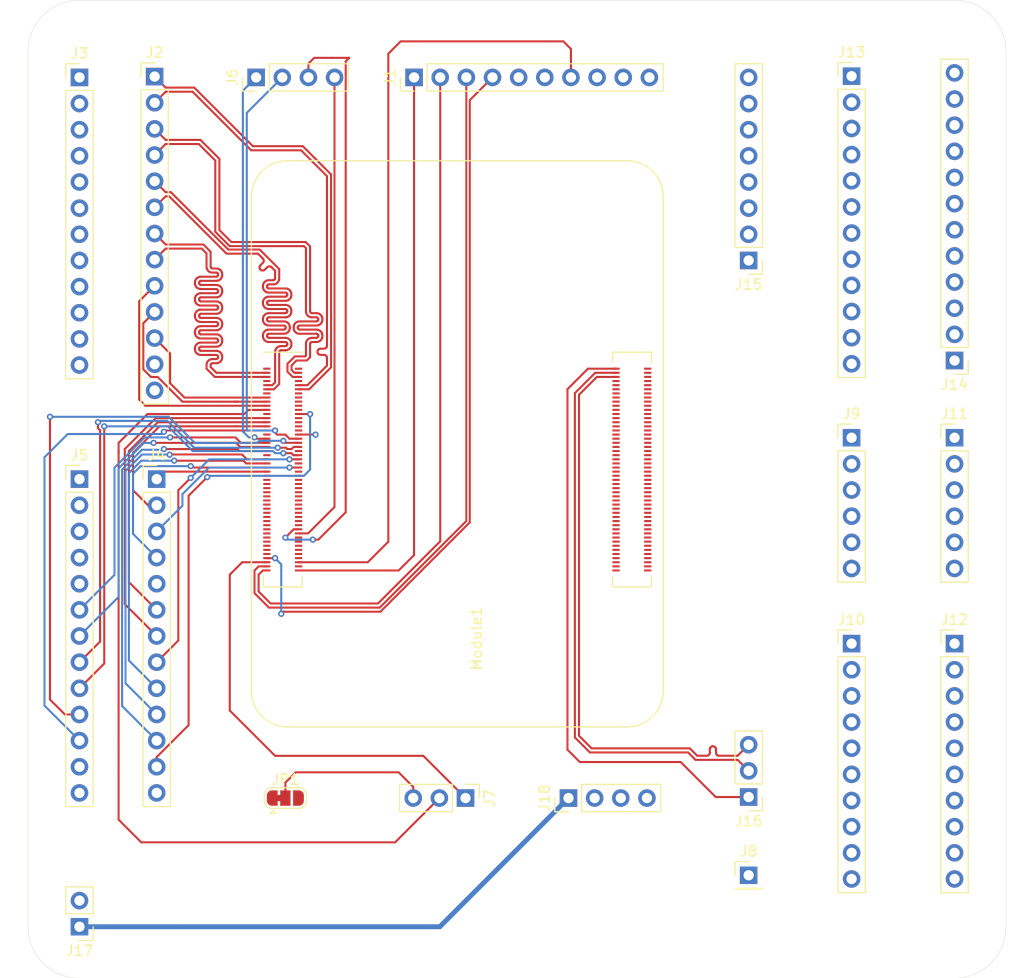
<source format=kicad_pcb>
(kicad_pcb (version 20201116) (generator pcbnew)
  (title_block (title "CM4 Breakout Board") (rev "v1.0") (comment 2 "2 Layers") (comment 3 "0.8 Board Thickness") (comment 4 "1oz Copper weight"))
  (layers (0 "F.Cu" signal "Front") (31 "B.Cu" signal "Back") (35 "F.Paste" user) (37 "F.SilkS" user "F.Silkscreen") (38 "B.Mask" user) (39 "F.Mask" user) (44 "Edge.Cuts" user))
  (net 0 "")
  (net 1 "/SD_PWR_ON")
  (net 2 "/SD_VDD_Override")
  (net 3 "/SD_DAT7")
  (net 4 "/SD_DAT6")
  (net 5 "/SD_DAT5")
  (net 6 "/SD_DAT4")
  (net 7 "/SD_DAT3")
  (net 8 "/SD_DAT2")
  (net 9 "/SD_DAT1")
  (net 10 "/SD_DAT0")
  (net 11 "/SD_CMD")
  (net 12 "/SD_CLK")
  (net 13 "/Ethernet_SYNC_OUT")
  (net 14 "/Ethernet_SYNC_IN")
  (net 15 "/Ethernet_nLED3")
  (net 16 "/Ethernet_nLED2")
  (net 17 "/Ethernet_nLED1")
  (net 18 "/Ethernet_Pair3_N")
  (net 19 "/Ethernet_Pair3_P")
  (net 20 "/Ethernet_Pair2_N")
  (net 21 "/Ethernet_Pair2_P")
  (net 22 "/Ethernet_Pair1_N")
  (net 23 "/Ethernet_Pair1_P")
  (net 24 "/Ethernet_Pair0_N")
  (net 25 "/Ethernet_Pair0_P")
  (net 26 "/BT_nDisable")
  (net 27 "/WiFi_nDisable")
  (net 28 "/EEPROM_nWP")
  (net 29 "/AnalogIP1")
  (net 30 "/AnalogIP0")
  (net 31 "/RUN_PG")
  (net 32 "/nRPIBOOT")
  (net 33 "/Camera_GPIO")
  (net 34 "/Global_EN")
  (net 35 "/nEXTRST")
  (net 36 "/SDA0")
  (net 37 "/SCL0")
  (net 38 "/ID_SD")
  (net 39 "/ID_SC")
  (net 40 "/GPIO27")
  (net 41 "/GPIO26")
  (net 42 "/GPIO25")
  (net 43 "/GPIO24")
  (net 44 "/GPIO23")
  (net 45 "/GPIO22")
  (net 46 "/GPIO21")
  (net 47 "/GPIO20")
  (net 48 "/GPIO19")
  (net 49 "/GPIO18")
  (net 50 "/GPIO17")
  (net 51 "/GPIO16")
  (net 52 "/GPIO15")
  (net 53 "/GPIO14")
  (net 54 "/GPIO13")
  (net 55 "/GPIO12")
  (net 56 "/GPIO11")
  (net 57 "/GPIO10")
  (net 58 "/GPIO9")
  (net 59 "/GPIO8")
  (net 60 "/GPIO7")
  (net 61 "/GPIO6")
  (net 62 "/GPIO5")
  (net 63 "/GPIO4")
  (net 64 "/GPIO3")
  (net 65 "/GPIO2")
  (net 66 "/GPIO_VREF")
  (net 67 "/Pi_nLED_Activity")
  (net 68 "/PI_LED_nPWR")
  (net 69 "/VDAC_COMP")
  (net 70 "/DSI1_D3_P")
  (net 71 "/DSI1_D3_N")
  (net 72 "/DSI1_D2_P")
  (net 73 "/DSI1_D2_N")
  (net 74 "/DSI1_D1_P")
  (net 75 "/DSI1_D1_N")
  (net 76 "/DSI1_D0_P")
  (net 77 "/DSI1_D0_N")
  (net 78 "/DSI1_C_P")
  (net 79 "/DSI1_C_N")
  (net 80 "/DSI0_D1_P")
  (net 81 "/DSI0_D1_N")
  (net 82 "/DSI0_D0_P")
  (net 83 "/DSI0_D0_N")
  (net 84 "/DSI0_C_P")
  (net 85 "/DSI0_C_N")
  (net 86 "/CAM1_D3_P")
  (net 87 "/CAM1_D3_N")
  (net 88 "/CAM1_D2_P")
  (net 89 "/CAM1_D2_N")
  (net 90 "/CAM1_D1_P")
  (net 91 "/CAM1_D1_N")
  (net 92 "/CAM1_D0_P")
  (net 93 "/CAM1_D0_N")
  (net 94 "/CAM1_C_P")
  (net 95 "/CAM1_C_N")
  (net 96 "/CAM0_D1_P")
  (net 97 "/CAM0_D1_N")
  (net 98 "/CAM0_D0_P")
  (net 99 "/CAM0_D0_N")
  (net 100 "/CAM0_C_P")
  (net 101 "/CAM0_C_N")
  (net 102 "/USB2_P")
  (net 103 "/USB2_N")
  (net 104 "/USB_OTG_ID")
  (net 105 "/PCIe_TX_P")
  (net 106 "/PCIe_TX_N")
  (net 107 "/PCIe_RX_P")
  (net 108 "/PCIe_RX_N")
  (net 109 "/PCIe_nRST")
  (net 110 "/PCIe_CLK_P")
  (net 111 "/PCIe_CLK_N")
  (net 112 "/PCIe_CLK_nREQ")
  (net 113 "/HDMI1_TX2_P")
  (net 114 "/HDMI1_TX2_N")
  (net 115 "/HDMI1_TX1_P")
  (net 116 "/HDMI1_TX1_N")
  (net 117 "/HDMI1_TX0_P")
  (net 118 "/HDMI1_TX0_N")
  (net 119 "/HDMI1_SDA")
  (net 120 "/HDMI1_SCL")
  (net 121 "/HDMI1_HOTPLUG")
  (net 122 "/HDMI1_CLK_P")
  (net 123 "/HDMI1_CLK_N")
  (net 124 "/HDMI1_CEC")
  (net 125 "/HDMI0_TX2_P")
  (net 126 "/HDMI0_TX2_N")
  (net 127 "/HDMI0_TX1_P")
  (net 128 "/HDMI0_TX1_N")
  (net 129 "/HDMI0_TX0_P")
  (net 130 "/HDMI0_TX0_N")
  (net 131 "/HDMI0_SDA")
  (net 132 "/HDMI0_SCL")
  (net 133 "/HDMI0_HOTPLUG")
  (net 134 "/HDMI0_CLK_P")
  (net 135 "/HDMI0_CLK_N")
  (net 136 "/HDMI0_CEC")
  (net 137 "/GND")
  (net 138 "/+5v")
  (net 139 "/+1.8v")
  (net 140 "/+3.3v")
  (net 141 "no_connect_143")
  (net 142 "no_connect_141")
  (net 143 "no_connect_142")
  (footprint "Connector_PinHeader_2.54mm:PinHeader_1x04_P2.54mm_Vertical" (layer "F.Cu") (at 137.16 57.5 90)
    (fp_text reference "J6")
    (fp_text value "Conn_01x04_Male")
  )
  (footprint "Connector_PinHeader_2.54mm:PinHeader_1x03_P2.54mm_Vertical" (layer "F.Cu") (at 185 127.4 180)
    (fp_text reference "J16")
    (fp_text value "Conn_01x03_Male")
  )
  (footprint "Connector_PinHeader_2.54mm:PinHeader_1x10_P2.54mm_Vertical" (layer "F.Cu") (at 195 112.5)
    (fp_text reference "J10")
    (fp_text value "Conn_01x10_Male")
  )
  (footprint "Connector_PinHeader_2.54mm:PinHeader_1x08_P2.54mm_Vertical" (layer "F.Cu") (at 185 75.28 180)
    (fp_text reference "J15")
    (fp_text value "Conn_01x08_Male")
  )
  (footprint "Connector_PinHeader_2.54mm:PinHeader_1x13_P2.54mm_Vertical" (layer "F.Cu") (at 127.5 96.52)
    (fp_text reference "J4")
    (fp_text value "Conn_01x13_Male")
  )
  (footprint "Connector_PinHeader_2.54mm:PinHeader_1x13_P2.54mm_Vertical" (layer "F.Cu") (at 127.3 57.42)
    (fp_text reference "J2")
    (fp_text value "Conn_01x13_Male")
  )
  (footprint "Connector_PinHeader_2.54mm:PinHeader_1x04_P2.54mm_Vertical" (layer "F.Cu") (at 167.5 127.5 90)
    (fp_text reference "J18")
    (fp_text value "Conn_01x04_Male")
  )
  (footprint "Connector_PinHeader_2.54mm:PinHeader_1x13_P2.54mm_Vertical" (layer "F.Cu") (at 120 96.52)
    (fp_text reference "J5")
    (fp_text value "Conn_01x13_Male")
  )
  (footprint "Connector_PinHeader_2.54mm:PinHeader_1x06_P2.54mm_Vertical" (layer "F.Cu") (at 205 92.5)
    (fp_text reference "J11")
    (fp_text value "Conn_01x06_Male")
  )
  (footprint "Connector_PinHeader_2.54mm:PinHeader_1x02_P2.54mm_Vertical" (layer "F.Cu") (at 120 140 180)
    (fp_text reference "J17")
    (fp_text value "Conn_01x02_Female")
  )
  (footprint "CM4IO:Raspberry-Pi-4-Compute-Module" (layer "F.Cu") (at 140.2 117.094)
    (fp_text reference "Module1")
    (fp_text value "ComputeModule4-CM4")
  )
  (footprint "Connector_PinHeader_2.54mm:PinHeader_1x12_P2.54mm_Vertical" (layer "F.Cu") (at 205 85 180)
    (fp_text reference "J14")
    (fp_text value "Conn_01x12_Male")
  )
  (footprint "Connector_PinHeader_2.54mm:PinHeader_1x10_P2.54mm_Vertical" (layer "F.Cu") (at 205 112.5)
    (fp_text reference "J12")
    (fp_text value "Conn_01x10_Male")
  )
  (footprint "Connector_PinHeader_2.54mm:PinHeader_1x01_P2.54mm_Vertical" (layer "F.Cu") (at 185 135)
    (fp_text reference "J8")
    (fp_text value "Conn_01x01_Male")
  )
  (footprint "Connector_PinHeader_2.54mm:PinHeader_1x06_P2.54mm_Vertical" (layer "F.Cu") (at 195 92.5)
    (fp_text reference "J9")
    (fp_text value "Conn_01x06_Male")
  )
  (footprint "Connector_PinHeader_2.54mm:PinHeader_1x10_P2.54mm_Vertical" (layer "F.Cu") (at 152.5 57.5 90)
    (fp_text reference "J1")
    (fp_text value "Conn_01x10_Male")
  )
  (footprint "Connector_PinHeader_2.54mm:PinHeader_1x03_P2.54mm_Vertical" (layer "F.Cu") (at 157.5 127.5 -90)
    (fp_text reference "J7")
    (fp_text value "Conn_01x03_Male")
  )
  (footprint "Connector_PinHeader_2.54mm:PinHeader_1x12_P2.54mm_Vertical" (layer "F.Cu") (at 120 57.5)
    (fp_text reference "J3")
    (fp_text value "Conn_01x12_Male")
  )
  (footprint "Jumper:SolderJumper-3_P1.3mm_Bridged12_RoundedPad1.0x1.5mm" (layer "F.Cu") (at 140 127.5)
    (fp_text reference "JP1")
    (fp_text value "SolderJumper_3_Bridged12")
  )
  (footprint "Connector_PinHeader_2.54mm:PinHeader_1x12_P2.54mm_Vertical" (layer "F.Cu") (at 195 57.38)
    (fp_text reference "J13")
    (fp_text value "Conn_01x12_Male")
  )
  (gr_arc (start 205 55) (end 205 50) (angle 90) (layer "Edge.Cuts") (width 0.038099))
  (gr_line (start 115 140) (end 115 55) (layer "Edge.Cuts") (width 0.038099))
  (gr_line (start 120 50) (end 205 50) (layer "Edge.Cuts") (width 0.038099))
  (gr_line (start 210 55) (end 210 140) (layer "Edge.Cuts") (width 0.038099))
  (gr_arc (start 205 140) (end 210 140) (angle 90) (layer "Edge.Cuts") (width 0.038099))
  (gr_line (start 205 145) (end 120 145) (layer "Edge.Cuts") (width 0.038099))
  (gr_arc (start 120 140) (end 120 145) (angle 90) (layer "Edge.Cuts") (width 0.038099))
  (gr_arc (start 120 55) (end 115 55) (angle 90) (layer "Edge.Cuts") (width 0.038099))
  (segment (start 138.194 88.6) (end 138.2 88.594) (width 0.2) (layer "F.Cu") (net 15))
  (segment (start 133.2 88.6) (end 138.194 88.6) (width 0.2) (layer "F.Cu") (net 15))
  (segment (start 128.8 87.2) (end 128.8 84.32) (width 0.2) (layer "F.Cu") (net 15))
  (segment (start 128.8 84.32) (end 127.3 82.82) (width 0.2) (layer "F.Cu") (net 15))
  (segment (start 133.2 88.6) (end 130.2 88.6) (width 0.2) (layer "F.Cu") (net 15))
  (segment (start 130.2 88.6) (end 128.8 87.2) (width 0.2) (layer "F.Cu") (net 15))
  (segment (start 135.4 89) (end 138.194 89) (width 0.2) (layer "F.Cu") (net 16))
  (segment (start 126.2 85.858402) (end 126.2 81.38) (width 0.2) (layer "F.Cu") (net 16))
  (segment (start 135 89) (end 135.4 89) (width 0.2) (layer "F.Cu") (net 16))
  (segment (start 135.4 89) (end 130.4 89) (width 0.2) (layer "F.Cu") (net 16))
  (segment (start 130.4 89) (end 129.998402 89) (width 0.2) (layer "F.Cu") (net 16))
  (segment (start 126.941598 86.6) (end 126.2 85.858402) (width 0.2) (layer "F.Cu") (net 16))
  (segment (start 129.998402 89) (end 127.598402 86.6) (width 0.2) (layer "F.Cu") (net 16))
  (segment (start 138.194 89) (end 138.2 88.994) (width 0.2) (layer "F.Cu") (net 16))
  (segment (start 126.2 81.38) (end 127.3 80.28) (width 0.2) (layer "F.Cu") (net 16))
  (segment (start 127.598402 86.6) (end 126.941598 86.6) (width 0.2) (layer "F.Cu") (net 16))
  (segment (start 127.3 80.28) (end 127.3 80.3) (width 0.2) (layer "B.Cu") (net 16))
  (segment (start 125.8 79.24) (end 127.3 77.74) (width 0.2) (layer "F.Cu") (net 17))
  (segment (start 138.2 89.394) (end 126.406 89.394) (width 0.2) (layer "F.Cu") (net 17))
  (segment (start 126.406 89.394) (end 125.8 88.788) (width 0.2) (layer "F.Cu") (net 17))
  (segment (start 125.8 88.788) (end 125.8 79.24) (width 0.2) (layer "F.Cu") (net 17))
  (segment (start 132.779532 84.874174) (end 132.90533 84.86) (width 0.2) (layer "F.Cu") (net 18))
  (segment (start 133.352287 78.079806) (end 133.310015 78.065014) (width 0.2) (layer "F.Cu") (net 18))
  (segment (start 132.354174 76.020467) (end 132.34 75.894669) (width 0.2) (layer "F.Cu") (net 18))
  (segment (start 131.654022 78.474174) (end 131.77982 78.46) (width 0.2) (layer "F.Cu") (net 18))
  (segment (start 131.214489 83.82533) (end 131.228664 83.699532) (width 0.2) (layer "F.Cu") (net 18))
  (segment (start 133.460496 78.304504) (end 133.465511 78.26) (width 0.2) (layer "F.Cu") (net 18))
  (segment (start 133.390208 82.903633) (end 133.352287 82.879806) (width 0.2) (layer "F.Cu") (net 18))
  (segment (start 133.445704 78.173223) (end 133.421877 78.135302) (width 0.2) (layer "F.Cu") (net 18))
  (segment (start 132.34 85.42533) (end 132.354174 85.299532) (width 0.2) (layer "F.Cu") (net 18))
  (segment (start 133.460496 79.904504) (end 133.465511 79.86) (width 0.2) (layer "F.Cu") (net 18))
  (segment (start 131.427342 76.983337) (end 131.534532 76.915985) (width 0.2) (layer "F.Cu") (net 18))
  (segment (start 132.463337 85.072852) (end 132.552852 84.983337) (width 0.2) (layer "F.Cu") (net 18))
  (segment (start 131.214489 80.694669) (end 131.214489 80.62533) (width 0.2) (layer "F.Cu") (net 18))
  (segment (start 133.265511 84.86) (end 133.310015 84.854985) (width 0.2) (layer "F.Cu") (net 18))
  (segment (start 133.445704 76.573223) (end 133.421877 76.535302) (width 0.2) (layer "F.Cu") (net 18))
  (segment (start 133.390208 83.216366) (end 133.421877 83.184697) (width 0.2) (layer "F.Cu") (net 18))
  (segment (start 133.460496 81.504504) (end 133.465511 81.46) (width 0.2) (layer "F.Cu") (net 18))
  (segment (start 133.445704 78.346776) (end 133.460496 78.304504) (width 0.2) (layer "F.Cu") (net 18))
  (segment (start 133.421877 84.784697) (end 133.445704 84.746776) (width 0.2) (layer "F.Cu") (net 18))
  (segment (start 131.214489 79.094669) (end 131.214489 79.02533) (width 0.2) (layer "F.Cu") (net 18))
  (segment (start 131.214489 77.494669) (end 131.214489 77.42533) (width 0.2) (layer "F.Cu") (net 18))
  (segment (start 133.445704 84.746776) (end 133.460496 84.704504) (width 0.2) (layer "F.Cu") (net 18))
  (segment (start 133.390208 81.303633) (end 133.352287 81.279806) (width 0.2) (layer "F.Cu") (net 18))
  (segment (start 131.337827 79.447147) (end 131.270475 79.339957) (width 0.2) (layer "F.Cu") (net 18))
  (segment (start 133.460496 78.215495) (end 133.445704 78.173223) (width 0.2) (layer "F.Cu") (net 18))
  (segment (start 128.37 74.13) (end 127.3 75.2) (width 0.2) (layer "F.Cu") (net 18))
  (segment (start 131.214489 82.294669) (end 131.214489 82.22533) (width 0.2) (layer "F.Cu") (net 18))
  (segment (start 133.265511 81.66) (end 133.310015 81.654985) (width 0.2) (layer "F.Cu") (net 18))
  (segment (start 131.77982 82.86) (end 131.654022 82.845825) (width 0.2) (layer "F.Cu") (net 18))
  (segment (start 138.2 86.594) (end 133.141156 86.594) (width 0.2) (layer "F.Cu") (net 18))
  (segment (start 133.390208 84.503633) (end 133.352287 84.479806) (width 0.2) (layer "F.Cu") (net 18))
  (segment (start 133.265511 84.46) (end 131.77982 84.46) (width 0.2) (layer "F.Cu") (net 18))
  (segment (start 133.390208 81.616366) (end 133.421877 81.584697) (width 0.2) (layer "F.Cu") (net 18))
  (segment (start 131.77982 81.66) (end 133.265511 81.66) (width 0.2) (layer "F.Cu") (net 18))
  (segment (start 133.265511 76.86) (end 133.310015 76.854985) (width 0.2) (layer "F.Cu") (net 18))
  (segment (start 131.534532 83.315985) (end 131.654022 83.274174) (width 0.2) (layer "F.Cu") (net 18))
  (segment (start 133.352287 81.279806) (end 133.310015 81.265014) (width 0.2) (layer "F.Cu") (net 18))
  (segment (start 133.390208 79.703633) (end 133.352287 79.679806) (width 0.2) (layer "F.Cu") (net 18))
  (segment (start 131.337827 82.647147) (end 131.270475 82.539957) (width 0.2) (layer "F.Cu") (net 18))
  (segment (start 131.270475 81.980042) (end 131.337827 81.872852) (width 0.2) (layer "F.Cu") (net 18))
  (segment (start 133.310015 78.454985) (end 133.352287 78.440193) (width 0.2) (layer "F.Cu") (net 18))
  (segment (start 131.214489 77.42533) (end 131.228664 77.299532) (width 0.2) (layer "F.Cu") (net 18))
  (segment (start 133.352287 84.840193) (end 133.390208 84.816366) (width 0.2) (layer "F.Cu") (net 18))
  (segment (start 131.214489 80.62533) (end 131.228664 80.499532) (width 0.2) (layer "F.Cu") (net 18))
  (segment (start 131.534532 78.004014) (end 131.427342 77.936662) (width 0.2) (layer "F.Cu") (net 18))
  (segment (start 133.310015 84.465014) (end 133.265511 84.46) (width 0.2) (layer "F.Cu") (net 18))
  (segment (start 132.779532 76.445825) (end 132.660042 76.404014) (width 0.2) (layer "F.Cu") (net 18))
  (segment (start 133.265511 80.06) (end 133.310015 80.054985) (width 0.2) (layer "F.Cu") (net 18))
  (segment (start 133.310015 82.865014) (end 133.265511 82.86) (width 0.2) (layer "F.Cu") (net 18))
  (segment (start 133.352287 78.440193) (end 133.390208 78.416366) (width 0.2) (layer "F.Cu") (net 18))
  (segment (start 133.265511 79.66) (end 131.77982 79.66) (width 0.2) (layer "F.Cu") (net 18))
  (segment (start 133.421877 78.384697) (end 133.445704 78.346776) (width 0.2) (layer "F.Cu") (net 18))
  (segment (start 133.445704 83.146776) (end 133.460496 83.104504) (width 0.2) (layer "F.Cu") (net 18))
  (segment (start 133.445704 84.573223) (end 133.421877 84.535302) (width 0.2) (layer "F.Cu") (net 18))
  (segment (start 133.352287 80.040193) (end 133.390208 80.016366) (width 0.2) (layer "F.Cu") (net 18))
  (segment (start 133.310015 78.065014) (end 133.265511 78.06) (width 0.2) (layer "F.Cu") (net 18))
  (segment (start 131.228664 77.620467) (end 131.214489 77.494669) (width 0.2) (layer "F.Cu") (net 18))
  (segment (start 133.465511 78.26) (end 133.460496 78.215495) (width 0.2) (layer "F.Cu") (net 18))
  (segment (start 133.421877 84.535302) (end 133.390208 84.503633) (width 0.2) (layer "F.Cu") (net 18))
  (segment (start 133.310015 76.854985) (end 133.352287 76.840193) (width 0.2) (layer "F.Cu") (net 18))
  (segment (start 131.534532 78.515985) (end 131.654022 78.474174) (width 0.2) (layer "F.Cu") (net 18))
  (segment (start 131.228664 83.699532) (end 131.270475 83.580042) (width 0.2) (layer "F.Cu") (net 18))
  (segment (start 133.265511 82.86) (end 131.77982 82.86) (width 0.2) (layer "F.Cu") (net 18))
  (segment (start 133.421877 81.584697) (end 133.445704 81.546776) (width 0.2) (layer "F.Cu") (net 18))
  (segment (start 131.337827 83.472852) (end 131.427342 83.383337) (width 0.2) (layer "F.Cu") (net 18))
  (segment (start 131.77982 78.06) (end 131.654022 78.045825) (width 0.2) (layer "F.Cu") (net 18))
  (segment (start 133.460496 84.615495) (end 133.445704 84.573223) (width 0.2) (layer "F.Cu") (net 18))
  (segment (start 132.552852 84.983337) (end 132.660042 84.915985) (width 0.2) (layer "F.Cu") (net 18))
  (segment (start 132.463337 76.247147) (end 132.395985 76.139957) (width 0.2) (layer "F.Cu") (net 18))
  (segment (start 133.390208 76.816366) (end 133.421877 76.784697) (width 0.2) (layer "F.Cu") (net 18))
  (segment (start 132.354174 85.299532) (end 132.395985 85.180042) (width 0.2) (layer "F.Cu") (net 18))
  (segment (start 133.310015 81.265014) (end 133.265511 81.26) (width 0.2) (layer "F.Cu") (net 18))
  (segment (start 133.390208 76.503633) (end 133.352287 76.479806) (width 0.2) (layer "F.Cu") (net 18))
  (segment (start 131.654022 78.045825) (end 131.534532 78.004014) (width 0.2) (layer "F.Cu") (net 18))
  (segment (start 131.270475 79.339957) (end 131.228664 79.220467) (width 0.2) (layer "F.Cu") (net 18))
  (segment (start 131.534532 76.915985) (end 131.654022 76.874174) (width 0.2) (layer "F.Cu") (net 18))
  (segment (start 133.445704 81.373223) (end 133.421877 81.335302) (width 0.2) (layer "F.Cu") (net 18))
  (segment (start 131.270475 77.180042) (end 131.337827 77.072852) (width 0.2) (layer "F.Cu") (net 18))
  (segment (start 133.352287 83.240193) (end 133.390208 83.216366) (width 0.2) (layer "F.Cu") (net 18))
  (segment (start 131.77982 81.26) (end 131.654022 81.245825) (width 0.2) (layer "F.Cu") (net 18))
  (segment (start 131.270475 82.539957) (end 131.228664 82.420467) (width 0.2) (layer "F.Cu") (net 18))
  (segment (start 133.265511 78.06) (end 131.77982 78.06) (width 0.2) (layer "F.Cu") (net 18))
  (segment (start 133.460496 81.415495) (end 133.445704 81.373223) (width 0.2) (layer "F.Cu") (net 18))
  (segment (start 133.352287 84.479806) (end 133.310015 84.465014) (width 0.2) (layer "F.Cu") (net 18))
  (segment (start 131.654022 84.445825) (end 131.534532 84.404014) (width 0.2) (layer "F.Cu") (net 18))
  (segment (start 133.310015 84.854985) (end 133.352287 84.840193) (width 0.2) (layer "F.Cu") (net 18))
  (segment (start 131.534532 82.804014) (end 131.427342 82.736662) (width 0.2) (layer "F.Cu") (net 18))
  (segment (start 131.534532 81.204014) (end 131.427342 81.136662) (width 0.2) (layer "F.Cu") (net 18))
  (segment (start 131.534532 80.115985) (end 131.654022 80.074174) (width 0.2) (layer "F.Cu") (net 18))
  (segment (start 133.421877 82.935302) (end 133.390208 82.903633) (width 0.2) (layer "F.Cu") (net 18))
  (segment (start 131.427342 82.736662) (end 131.337827 82.647147) (width 0.2) (layer "F.Cu") (net 18))
  (segment (start 131.534532 81.715985) (end 131.654022 81.674174) (width 0.2) (layer "F.Cu") (net 18))
  (segment (start 131.534532 79.604014) (end 131.427342 79.536662) (width 0.2) (layer "F.Cu") (net 18))
  (segment (start 133.352287 76.479806) (end 133.310015 76.465014) (width 0.2) (layer "F.Cu") (net 18))
  (segment (start 131.228664 84.020467) (end 131.214489 83.894669) (width 0.2) (layer "F.Cu") (net 18))
  (segment (start 133.352287 76.840193) (end 133.390208 76.816366) (width 0.2) (layer "F.Cu") (net 18))
  (segment (start 133.445704 76.746776) (end 133.460496 76.704504) (width 0.2) (layer "F.Cu") (net 18))
  (segment (start 133.460496 76.704504) (end 133.465511 76.66) (width 0.2) (layer "F.Cu") (net 18))
  (segment (start 131.654022 79.645825) (end 131.534532 79.604014) (width 0.2) (layer "F.Cu") (net 18))
  (segment (start 131.77982 78.46) (end 133.265511 78.46) (width 0.2) (layer "F.Cu") (net 18))
  (segment (start 132.395985 85.180042) (end 132.463337 85.072852) (width 0.2) (layer "F.Cu") (net 18))
  (segment (start 131.228664 82.099532) (end 131.270475 81.980042) (width 0.2) (layer "F.Cu") (net 18))
  (segment (start 131.654022 82.845825) (end 131.534532 82.804014) (width 0.2) (layer "F.Cu") (net 18))
  (segment (start 133.421877 79.735302) (end 133.390208 79.703633) (width 0.2) (layer "F.Cu") (net 18))
  (segment (start 131.654022 80.074174) (end 131.77982 80.06) (width 0.2) (layer "F.Cu") (net 18))
  (segment (start 131.228664 78.899532) (end 131.270475 78.780042) (width 0.2) (layer "F.Cu") (net 18))
  (segment (start 132.90533 84.86) (end 133.265511 84.86) (width 0.2) (layer "F.Cu") (net 18))
  (segment (start 133.421877 81.335302) (end 133.390208 81.303633) (width 0.2) (layer "F.Cu") (net 18))
  (segment (start 131.214489 83.894669) (end 131.214489 83.82533) (width 0.2) (layer "F.Cu") (net 18))
  (segment (start 133.445704 82.973223) (end 133.421877 82.935302) (width 0.2) (layer "F.Cu") (net 18))
  (segment (start 133.265511 81.26) (end 131.77982 81.26) (width 0.2) (layer "F.Cu") (net 18))
  (segment (start 133.421877 79.984697) (end 133.445704 79.946776) (width 0.2) (layer "F.Cu") (net 18))
  (segment (start 133.465511 84.66) (end 133.460496 84.615495) (width 0.2) (layer "F.Cu") (net 18))
  (segment (start 131.654022 81.245825) (end 131.534532 81.204014) (width 0.2) (layer "F.Cu") (net 18))
  (segment (start 131.337827 80.272852) (end 131.427342 80.183337) (width 0.2) (layer "F.Cu") (net 18))
  (segment (start 131.228664 79.220467) (end 131.214489 79.094669) (width 0.2) (layer "F.Cu") (net 18))
  (segment (start 131.77982 76.86) (end 133.265511 76.86) (width 0.2) (layer "F.Cu") (net 18))
  (segment (start 131.337827 81.047147) (end 131.270475 80.939957) (width 0.2) (layer "F.Cu") (net 18))
  (segment (start 131.654022 81.674174) (end 131.77982 81.66) (width 0.2) (layer "F.Cu") (net 18))
  (segment (start 133.445704 79.946776) (end 133.460496 79.904504) (width 0.2) (layer "F.Cu") (net 18))
  (segment (start 133.460496 83.104504) (end 133.465511 83.06) (width 0.2) (layer "F.Cu") (net 18))
  (segment (start 133.390208 78.103633) (end 133.352287 78.079806) (width 0.2) (layer "F.Cu") (net 18))
  (segment (start 132.34 75.894669) (end 132.34 74.602844) (width 0.2) (layer "F.Cu") (net 18))
  (segment (start 133.445704 79.773223) (end 133.421877 79.735302) (width 0.2) (layer "F.Cu") (net 18))
  (segment (start 133.421877 76.535302) (end 133.390208 76.503633) (width 0.2) (layer "F.Cu") (net 18))
  (segment (start 133.465511 79.86) (end 133.460496 79.815495) (width 0.2) (layer "F.Cu") (net 18))
  (segment (start 131.427342 79.536662) (end 131.337827 79.447147) (width 0.2) (layer "F.Cu") (net 18))
  (segment (start 133.141156 86.594) (end 132.34 85.792844) (width 0.2) (layer "F.Cu") (net 18))
  (segment (start 133.310015 83.254985) (end 133.352287 83.240193) (width 0.2) (layer "F.Cu") (net 18))
  (segment (start 131.77982 79.66) (end 131.654022 79.645825) (width 0.2) (layer "F.Cu") (net 18))
  (segment (start 131.270475 80.380042) (end 131.337827 80.272852) (width 0.2) (layer "F.Cu") (net 18))
  (segment (start 131.228664 80.820467) (end 131.214489 80.694669) (width 0.2) (layer "F.Cu") (net 18))
  (segment (start 133.265511 76.46) (end 132.90533 76.46) (width 0.2) (layer "F.Cu") (net 18))
  (segment (start 131.270475 84.139957) (end 131.228664 84.020467) (width 0.2) (layer "F.Cu") (net 18))
  (segment (start 133.460496 83.015495) (end 133.445704 82.973223) (width 0.2) (layer "F.Cu") (net 18))
  (segment (start 131.427342 81.783337) (end 131.534532 81.715985) (width 0.2) (layer "F.Cu") (net 18))
  (segment (start 133.421877 78.135302) (end 133.390208 78.103633) (width 0.2) (layer "F.Cu") (net 18))
  (segment (start 132.34 85.792844) (end 132.34 85.42533) (width 0.2) (layer "F.Cu") (net 18))
  (segment (start 131.77982 84.46) (end 131.654022 84.445825) (width 0.2) (layer "F.Cu") (net 18))
  (segment (start 133.390208 78.416366) (end 133.421877 78.384697) (width 0.2) (layer "F.Cu") (net 18))
  (segment (start 133.265511 83.26) (end 133.310015 83.254985) (width 0.2) (layer "F.Cu") (net 18))
  (segment (start 131.337827 84.247147) (end 131.270475 84.139957) (width 0.2) (layer "F.Cu") (net 18))
  (segment (start 131.270475 83.580042) (end 131.337827 83.472852) (width 0.2) (layer "F.Cu") (net 18))
  (segment (start 132.552852 76.336662) (end 132.463337 76.247147) (width 0.2) (layer "F.Cu") (net 18))
  (segment (start 133.390208 80.016366) (end 133.421877 79.984697) (width 0.2) (layer "F.Cu") (net 18))
  (segment (start 131.654022 83.274174) (end 131.77982 83.26) (width 0.2) (layer "F.Cu") (net 18))
  (segment (start 131.427342 84.336662) (end 131.337827 84.247147) (width 0.2) (layer "F.Cu") (net 18))
  (segment (start 131.214489 82.22533) (end 131.228664 82.099532) (width 0.2) (layer "F.Cu") (net 18))
  (segment (start 131.534532 84.404014) (end 131.427342 84.336662) (width 0.2) (layer "F.Cu") (net 18))
  (segment (start 131.337827 77.847147) (end 131.270475 77.739957) (width 0.2) (layer "F.Cu") (net 18))
  (segment (start 131.427342 83.383337) (end 131.534532 83.315985) (width 0.2) (layer "F.Cu") (net 18))
  (segment (start 133.352287 81.640193) (end 133.390208 81.616366) (width 0.2) (layer "F.Cu") (net 18))
  (segment (start 133.352287 82.879806) (end 133.310015 82.865014) (width 0.2) (layer "F.Cu") (net 18))
  (segment (start 133.421877 76.784697) (end 133.445704 76.746776) (width 0.2) (layer "F.Cu") (net 18))
  (segment (start 132.90533 76.46) (end 132.779532 76.445825) (width 0.2) (layer "F.Cu") (net 18))
  (segment (start 132.34 74.602844) (end 131.867156 74.13) (width 0.2) (layer "F.Cu") (net 18))
  (segment (start 131.77982 80.06) (end 133.265511 80.06) (width 0.2) (layer "F.Cu") (net 18))
  (segment (start 133.421877 83.184697) (end 133.445704 83.146776) (width 0.2) (layer "F.Cu") (net 18))
  (segment (start 133.445704 81.546776) (end 133.460496 81.504504) (width 0.2) (layer "F.Cu") (net 18))
  (segment (start 131.427342 81.136662) (end 131.337827 81.047147) (width 0.2) (layer "F.Cu") (net 18))
  (segment (start 131.427342 78.583337) (end 131.534532 78.515985) (width 0.2) (layer "F.Cu") (net 18))
  (segment (start 133.465511 81.46) (end 133.460496 81.415495) (width 0.2) (layer "F.Cu") (net 18))
  (segment (start 131.867156 74.13) (end 128.37 74.13) (width 0.2) (layer "F.Cu") (net 18))
  (segment (start 133.460496 76.615495) (end 133.445704 76.573223) (width 0.2) (layer "F.Cu") (net 18))
  (segment (start 133.265511 78.46) (end 133.310015 78.454985) (width 0.2) (layer "F.Cu") (net 18))
  (segment (start 131.427342 80.183337) (end 131.534532 80.115985) (width 0.2) (layer "F.Cu") (net 18))
  (segment (start 132.660042 76.404014) (end 132.552852 76.336662) (width 0.2) (layer "F.Cu") (net 18))
  (segment (start 133.390208 84.816366) (end 133.421877 84.784697) (width 0.2) (layer "F.Cu") (net 18))
  (segment (start 133.310015 76.465014) (end 133.265511 76.46) (width 0.2) (layer "F.Cu") (net 18))
  (segment (start 131.270475 80.939957) (end 131.228664 80.820467) (width 0.2) (layer "F.Cu") (net 18))
  (segment (start 133.310015 80.054985) (end 133.352287 80.040193) (width 0.2) (layer "F.Cu") (net 18))
  (segment (start 131.337827 78.672852) (end 131.427342 78.583337) (width 0.2) (layer "F.Cu") (net 18))
  (segment (start 133.460496 84.704504) (end 133.465511 84.66) (width 0.2) (layer "F.Cu") (net 18))
  (segment (start 131.77982 83.26) (end 133.265511 83.26) (width 0.2) (layer "F.Cu") (net 18))
  (segment (start 133.310015 81.654985) (end 133.352287 81.640193) (width 0.2) (layer "F.Cu") (net 18))
  (segment (start 131.337827 77.072852) (end 131.427342 76.983337) (width 0.2) (layer "F.Cu") (net 18))
  (segment (start 131.270475 78.780042) (end 131.337827 78.672852) (width 0.2) (layer "F.Cu") (net 18))
  (segment (start 133.465511 83.06) (end 133.460496 83.015495) (width 0.2) (layer "F.Cu") (net 18))
  (segment (start 131.427342 77.936662) (end 131.337827 77.847147) (width 0.2) (layer "F.Cu") (net 18))
  (segment (start 132.395985 76.139957) (end 132.354174 76.020467) (width 0.2) (layer "F.Cu") (net 18))
  (segment (start 133.465511 76.66) (end 133.460496 76.615495) (width 0.2) (layer "F.Cu") (net 18))
  (segment (start 131.228664 82.420467) (end 131.214489 82.294669) (width 0.2) (layer "F.Cu") (net 18))
  (segment (start 131.654022 76.874174) (end 131.77982 76.86) (width 0.2) (layer "F.Cu") (net 18))
  (segment (start 133.352287 79.679806) (end 133.310015 79.665014) (width 0.2) (layer "F.Cu") (net 18))
  (segment (start 131.228664 80.499532) (end 131.270475 80.380042) (width 0.2) (layer "F.Cu") (net 18))
  (segment (start 132.660042 84.915985) (end 132.779532 84.874174) (width 0.2) (layer "F.Cu") (net 18))
  (segment (start 131.228664 77.299532) (end 131.270475 77.180042) (width 0.2) (layer "F.Cu") (net 18))
  (segment (start 131.337827 81.872852) (end 131.427342 81.783337) (width 0.2) (layer "F.Cu") (net 18))
  (segment (start 133.310015 79.665014) (end 133.265511 79.66) (width 0.2) (layer "F.Cu") (net 18))
  (segment (start 131.270475 77.739957) (end 131.228664 77.620467) (width 0.2) (layer "F.Cu") (net 18))
  (segment (start 133.460496 79.815495) (end 133.445704 79.773223) (width 0.2) (layer "F.Cu") (net 18))
  (segment (start 131.214489 79.02533) (end 131.228664 78.899532) (width 0.2) (layer "F.Cu") (net 18))
  (segment (start 131.814489 82.06) (end 133.30018 82.06) (width 0.2) (layer "F.Cu") (net 19))
  (segment (start 131.614489 80.66) (end 131.619504 80.615495) (width 0.2) (layer "F.Cu") (net 19))
  (segment (start 133.545468 77.204014) (end 133.652658 77.136662) (width 0.2) (layer "F.Cu") (net 19))
  (segment (start 131.614489 82.26) (end 131.619504 82.215495) (width 0.2) (layer "F.Cu") (net 19))
  (segment (start 133.809525 76.939957) (end 133.851336 76.820467) (width 0.2) (layer "F.Cu") (net 19))
  (segment (start 133.30018 80.86) (end 131.814489 80.86) (width 0.2) (layer "F.Cu") (net 19))
  (segment (start 133.306844 86.194) (end 132.74 85.627156) (width 0.2) (layer "F.Cu") (net 19))
  (segment (start 131.634296 82.173223) (end 131.658123 82.135302) (width 0.2) (layer "F.Cu") (net 19))
  (segment (start 138.2 86.194) (end 133.306844 86.194) (width 0.2) (layer "F.Cu") (net 19))
  (segment (start 133.425978 80.874174) (end 133.30018 80.86) (width 0.2) (layer "F.Cu") (net 19))
  (segment (start 133.30018 85.26) (end 133.425978 85.245825) (width 0.2) (layer "F.Cu") (net 19))
  (segment (start 131.814489 80.46) (end 133.30018 80.46) (width 0.2) (layer "F.Cu") (net 19))
  (segment (start 131.727713 77.640193) (end 131.689792 77.616366) (width 0.2) (layer "F.Cu") (net 19))
  (segment (start 131.634296 83.946776) (end 131.619504 83.904504) (width 0.2) (layer "F.Cu") (net 19))
  (segment (start 133.30018 80.46) (end 133.425978 80.445825) (width 0.2) (layer "F.Cu") (net 19))
  (segment (start 131.658123 80.784697) (end 131.634296 80.746776) (width 0.2) (layer "F.Cu") (net 19))
  (segment (start 131.689792 82.103633) (end 131.727713 82.079806) (width 0.2) (layer "F.Cu") (net 19))
  (segment (start 133.652658 77.783337) (end 133.545468 77.715985) (width 0.2) (layer "F.Cu") (net 19))
  (segment (start 133.742173 83.447147) (end 133.809525 83.339957) (width 0.2) (layer "F.Cu") (net 19))
  (segment (start 131.769985 77.265014) (end 131.814489 77.26) (width 0.2) (layer "F.Cu") (net 19))
  (segment (start 133.425978 78.845825) (end 133.545468 78.804014) (width 0.2) (layer "F.Cu") (net 19))
  (segment (start 131.689792 79.216366) (end 131.658123 79.184697) (width 0.2) (layer "F.Cu") (net 19))
  (segment (start 133.652658 82.583337) (end 133.545468 82.515985) (width 0.2) (layer "F.Cu") (net 19))
  (segment (start 133.425978 82.045825) (end 133.545468 82.004014) (width 0.2) (layer "F.Cu") (net 19))
  (segment (start 131.769985 78.865014) (end 131.814489 78.86) (width 0.2) (layer "F.Cu") (net 19))
  (segment (start 131.634296 77.373223) (end 131.658123 77.335302) (width 0.2) (layer "F.Cu") (net 19))
  (segment (start 131.727713 77.279806) (end 131.769985 77.265014) (width 0.2) (layer "F.Cu") (net 19))
  (segment (start 133.30018 82.06) (end 133.425978 82.045825) (width 0.2) (layer "F.Cu") (net 19))
  (segment (start 132.853223 85.279806) (end 132.895495 85.265014) (width 0.2) (layer "F.Cu") (net 19))
  (segment (start 132.94 85.26) (end 133.30018 85.26) (width 0.2) (layer "F.Cu") (net 19))
  (segment (start 133.851336 83.220467) (end 133.865511 83.094669) (width 0.2) (layer "F.Cu") (net 19))
  (segment (start 131.814489 83.66) (end 133.30018 83.66) (width 0.2) (layer "F.Cu") (net 19))
  (segment (start 133.742173 77.047147) (end 133.809525 76.939957) (width 0.2) (layer "F.Cu") (net 19))
  (segment (start 133.652658 80.983337) (end 133.545468 80.915985) (width 0.2) (layer "F.Cu") (net 19))
  (segment (start 131.619504 77.504504) (end 131.614489 77.46) (width 0.2) (layer "F.Cu") (net 19))
  (segment (start 133.809525 84.380042) (end 133.742173 84.272852) (width 0.2) (layer "F.Cu") (net 19))
  (segment (start 131.634296 77.546776) (end 131.619504 77.504504) (width 0.2) (layer "F.Cu") (net 19))
  (segment (start 133.545468 76.115985) (end 133.425978 76.074174) (width 0.2) (layer "F.Cu") (net 19))
  (segment (start 133.30018 84.06) (end 131.814489 84.06) (width 0.2) (layer "F.Cu") (net 19))
  (segment (start 131.634296 80.573223) (end 131.658123 80.535302) (width 0.2) (layer "F.Cu") (net 19))
  (segment (start 133.545468 83.604014) (end 133.652658 83.536662) (width 0.2) (layer "F.Cu") (net 19))
  (segment (start 131.814489 77.26) (end 133.30018 77.26) (width 0.2) (layer "F.Cu") (net 19))
  (segment (start 133.545468 80.915985) (end 133.425978 80.874174) (width 0.2) (layer "F.Cu") (net 19))
  (segment (start 133.865511 81.494669) (end 133.865511 81.42533) (width 0.2) (layer "F.Cu") (net 19))
  (segment (start 133.30018 77.26) (end 133.425978 77.245825) (width 0.2) (layer "F.Cu") (net 19))
  (segment (start 133.742173 80.247147) (end 133.809525 80.139957) (width 0.2) (layer "F.Cu") (net 19))
  (segment (start 132.745014 75.904504) (end 132.74 75.86) (width 0.2) (layer "F.Cu") (net 19))
  (segment (start 133.545468 82.004014) (end 133.652658 81.936662) (width 0.2) (layer "F.Cu") (net 19))
  (segment (start 133.425978 77.245825) (end 133.545468 77.204014) (width 0.2) (layer "F.Cu") (net 19))
  (segment (start 131.634296 80.746776) (end 131.619504 80.704504) (width 0.2) (layer "F.Cu") (net 19))
  (segment (start 131.689792 80.816366) (end 131.658123 80.784697) (width 0.2) (layer "F.Cu") (net 19))
  (segment (start 132.815302 85.303633) (end 132.853223 85.279806) (width 0.2) (layer "F.Cu") (net 19))
  (segment (start 132.745014 85.415495) (end 132.759806 85.373223) (width 0.2) (layer "F.Cu") (net 19))
  (segment (start 133.742173 84.272852) (end 133.652658 84.183337) (width 0.2) (layer "F.Cu") (net 19))
  (segment (start 131.689792 84.016366) (end 131.658123 83.984697) (width 0.2) (layer "F.Cu") (net 19))
  (segment (start 132.895495 76.054985) (end 132.853223 76.040193) (width 0.2) (layer "F.Cu") (net 19))
  (segment (start 131.658123 82.384697) (end 131.634296 82.346776) (width 0.2) (layer "F.Cu") (net 19))
  (segment (start 131.769985 82.454985) (end 131.727713 82.440193) (width 0.2) (layer "F.Cu") (net 19))
  (segment (start 133.652658 81.936662) (end 133.742173 81.847147) (width 0.2) (layer "F.Cu") (net 19))
  (segment (start 131.634296 82.346776) (end 131.619504 82.304504) (width 0.2) (layer "F.Cu") (net 19))
  (segment (start 133.809525 80.139957) (end 133.851336 80.020467) (width 0.2) (layer "F.Cu") (net 19))
  (segment (start 131.727713 79.240193) (end 131.689792 79.216366) (width 0.2) (layer "F.Cu") (net 19))
  (segment (start 133.652658 76.183337) (end 133.545468 76.115985) (width 0.2) (layer "F.Cu") (net 19))
  (segment (start 131.689792 77.303633) (end 131.727713 77.279806) (width 0.2) (layer "F.Cu") (net 19))
  (segment (start 131.689792 77.616366) (end 131.658123 77.584697) (width 0.2) (layer "F.Cu") (net 19))
  (segment (start 131.658123 77.584697) (end 131.634296 77.546776) (width 0.2) (layer "F.Cu") (net 19))
  (segment (start 131.689792 82.416366) (end 131.658123 82.384697) (width 0.2) (layer "F.Cu") (net 19))
  (segment (start 131.619504 79.104504) (end 131.614489 79.06) (width 0.2) (layer "F.Cu") (net 19))
  (segment (start 132.94 76.06) (end 132.895495 76.054985) (width 0.2) (layer "F.Cu") (net 19))
  (segment (start 133.30018 79.26) (end 131.814489 79.26) (width 0.2) (layer "F.Cu") (net 19))
  (segment (start 132.74 74.437156) (end 132.032844 73.73) (width 0.2) (layer "F.Cu") (net 19))
  (segment (start 132.783633 75.984697) (end 132.759806 75.946776) (width 0.2) (layer "F.Cu") (net 19))
  (segment (start 132.895495 85.265014) (end 132.94 85.26) (width 0.2) (layer "F.Cu") (net 19))
  (segment (start 132.783633 85.335302) (end 132.815302 85.303633) (width 0.2) (layer "F.Cu") (net 19))
  (segment (start 131.689792 83.703633) (end 131.727713 83.679806) (width 0.2) (layer "F.Cu") (net 19))
  (segment (start 133.742173 81.072852) (end 133.652658 80.983337) (width 0.2) (layer "F.Cu") (net 19))
  (segment (start 133.851336 80.020467) (end 133.865511 79.894669) (width 0.2) (layer "F.Cu") (net 19))
  (segment (start 133.652658 85.136662) (end 133.742173 85.047147) (width 0.2) (layer "F.Cu") (net 19))
  (segment (start 133.851336 79.699532) (end 133.809525 79.580042) (width 0.2) (layer "F.Cu") (net 19))
  (segment (start 133.851336 78.099532) (end 133.809525 77.980042) (width 0.2) (layer "F.Cu") (net 19))
  (segment (start 133.851336 76.499532) (end 133.809525 76.380042) (width 0.2) (layer "F.Cu") (net 19))
  (segment (start 133.30018 82.46) (end 131.814489 82.46) (width 0.2) (layer "F.Cu") (net 19))
  (segment (start 133.425978 82.474174) (end 133.30018 82.46) (width 0.2) (layer "F.Cu") (net 19))
  (segment (start 132.74 85.46) (end 132.745014 85.415495) (width 0.2) (layer "F.Cu") (net 19))
  (segment (start 133.652658 79.383337) (end 133.545468 79.315985) (width 0.2) (layer "F.Cu") (net 19))
  (segment (start 133.865511 78.22533) (end 133.851336 78.099532) (width 0.2) (layer "F.Cu") (net 19))
  (segment (start 131.619504 80.615495) (end 131.634296 80.573223) (width 0.2) (layer "F.Cu") (net 19))
  (segment (start 131.619504 82.304504) (end 131.614489 82.26) (width 0.2) (layer "F.Cu") (net 19))
  (segment (start 131.814489 79.26) (end 131.769985 79.254985) (width 0.2) (layer "F.Cu") (net 19))
  (segment (start 133.865511 79.894669) (end 133.865511 79.82533) (width 0.2) (layer "F.Cu") (net 19))
  (segment (start 131.619504 79.015495) (end 131.634296 78.973223) (width 0.2) (layer "F.Cu") (net 19))
  (segment (start 133.742173 78.647147) (end 133.809525 78.539957) (width 0.2) (layer "F.Cu") (net 19))
  (segment (start 132.74 75.86) (end 132.74 74.437156) (width 0.2) (layer "F.Cu") (net 19))
  (segment (start 133.30018 77.66) (end 131.814489 77.66) (width 0.2) (layer "F.Cu") (net 19))
  (segment (start 131.727713 82.079806) (end 131.769985 82.065014) (width 0.2) (layer "F.Cu") (net 19))
  (segment (start 133.865511 83.02533) (end 133.851336 82.899532) (width 0.2) (layer "F.Cu") (net 19))
  (segment (start 133.545468 84.115985) (end 133.425978 84.074174) (width 0.2) (layer "F.Cu") (net 19))
  (segment (start 131.619504 82.215495) (end 131.634296 82.173223) (width 0.2) (layer "F.Cu") (net 19))
  (segment (start 131.769985 82.065014) (end 131.814489 82.06) (width 0.2) (layer "F.Cu") (net 19))
  (segment (start 133.742173 76.272852) (end 133.652658 76.183337) (width 0.2) (layer "F.Cu") (net 19))
  (segment (start 131.614489 83.86) (end 131.619504 83.815495) (width 0.2) (layer "F.Cu") (net 19))
  (segment (start 133.865511 84.694669) (end 133.865511 84.62533) (width 0.2) (layer "F.Cu") (net 19))
  (segment (start 131.769985 79.254985) (end 131.727713 79.240193) (width 0.2) (layer "F.Cu") (net 19))
  (segment (start 133.545468 80.404014) (end 133.652658 80.336662) (width 0.2) (layer "F.Cu") (net 19))
  (segment (start 131.658123 78.935302) (end 131.689792 78.903633) (width 0.2) (layer "F.Cu") (net 19))
  (segment (start 131.727713 82.440193) (end 131.689792 82.416366) (width 0.2) (layer "F.Cu") (net 19))
  (segment (start 133.545468 85.204014) (end 133.652658 85.136662) (width 0.2) (layer "F.Cu") (net 19))
  (segment (start 131.689792 78.903633) (end 131.727713 78.879806) (width 0.2) (layer "F.Cu") (net 19))
  (segment (start 131.814489 78.86) (end 133.30018 78.86) (width 0.2) (layer "F.Cu") (net 19))
  (segment (start 131.769985 84.054985) (end 131.727713 84.040193) (width 0.2) (layer "F.Cu") (net 19))
  (segment (start 131.727713 84.040193) (end 131.689792 84.016366) (width 0.2) (layer "F.Cu") (net 19))
  (segment (start 133.545468 82.515985) (end 133.425978 82.474174) (width 0.2) (layer "F.Cu") (net 19))
  (segment (start 133.809525 79.580042) (end 133.742173 79.472852) (width 0.2) (layer "F.Cu") (net 19))
  (segment (start 131.614489 77.46) (end 131.619504 77.415495) (width 0.2) (layer "F.Cu") (net 19))
  (segment (start 133.851336 81.299532) (end 133.809525 81.180042) (width 0.2) (layer "F.Cu") (net 19))
  (segment (start 133.742173 77.872852) (end 133.652658 77.783337) (width 0.2) (layer "F.Cu") (net 19))
  (segment (start 131.814489 84.06) (end 131.769985 84.054985) (width 0.2) (layer "F.Cu") (net 19))
  (segment (start 133.30018 76.06) (end 132.94 76.06) (width 0.2) (layer "F.Cu") (net 19))
  (segment (start 133.851336 84.820467) (end 133.865511 84.694669) (width 0.2) (layer "F.Cu") (net 19))
  (segment (start 131.658123 83.735302) (end 131.689792 83.703633) (width 0.2) (layer "F.Cu") (net 19))
  (segment (start 131.658123 83.984697) (end 131.634296 83.946776) (width 0.2) (layer "F.Cu") (net 19))
  (segment (start 131.769985 80.465014) (end 131.814489 80.46) (width 0.2) (layer "F.Cu") (net 19))
  (segment (start 133.425978 85.245825) (end 133.545468 85.204014) (width 0.2) (layer "F.Cu") (net 19))
  (segment (start 128.37 73.73) (end 127.3 72.66) (width 0.2) (layer "F.Cu") (net 19))
  (segment (start 133.865511 84.62533) (end 133.851336 84.499532) (width 0.2) (layer "F.Cu") (net 19))
  (segment (start 133.545468 78.804014) (end 133.652658 78.736662) (width 0.2) (layer "F.Cu") (net 19))
  (segment (start 133.865511 83.094669) (end 133.865511 83.02533) (width 0.2) (layer "F.Cu") (net 19))
  (segment (start 131.769985 83.665014) (end 131.814489 83.66) (width 0.2) (layer "F.Cu") (net 19))
  (segment (start 133.425978 77.674174) (end 133.30018 77.66) (width 0.2) (layer "F.Cu") (net 19))
  (segment (start 133.865511 76.694669) (end 133.865511 76.62533) (width 0.2) (layer "F.Cu") (net 19))
  (segment (start 131.619504 77.415495) (end 131.634296 77.373223) (width 0.2) (layer "F.Cu") (net 19))
  (segment (start 132.759806 85.373223) (end 132.783633 85.335302) (width 0.2) (layer "F.Cu") (net 19))
  (segment (start 131.619504 83.815495) (end 131.634296 83.773223) (width 0.2) (layer "F.Cu") (net 19))
  (segment (start 131.727713 78.879806) (end 131.769985 78.865014) (width 0.2) (layer "F.Cu") (net 19))
  (segment (start 133.425978 76.074174) (end 133.30018 76.06) (width 0.2) (layer "F.Cu") (net 19))
  (segment (start 131.658123 79.184697) (end 131.634296 79.146776) (width 0.2) (layer "F.Cu") (net 19))
  (segment (start 133.742173 81.847147) (end 133.809525 81.739957) (width 0.2) (layer "F.Cu") (net 19))
  (segment (start 133.652658 84.183337) (end 133.545468 84.115985) (width 0.2) (layer "F.Cu") (net 19))
  (segment (start 131.769985 77.654985) (end 131.727713 77.640193) (width 0.2) (layer "F.Cu") (net 19))
  (segment (start 133.865511 76.62533) (end 133.851336 76.499532) (width 0.2) (layer "F.Cu") (net 19))
  (segment (start 131.658123 82.135302) (end 131.689792 82.103633) (width 0.2) (layer "F.Cu") (net 19))
  (segment (start 133.809525 83.339957) (end 133.851336 83.220467) (width 0.2) (layer "F.Cu") (net 19))
  (segment (start 131.634296 79.146776) (end 131.619504 79.104504) (width 0.2) (layer "F.Cu") (net 19))
  (segment (start 132.815302 76.016366) (end 132.783633 75.984697) (width 0.2) (layer "F.Cu") (net 19))
  (segment (start 133.30018 78.86) (end 133.425978 78.845825) (width 0.2) (layer "F.Cu") (net 19))
  (segment (start 133.425978 79.274174) (end 133.30018 79.26) (width 0.2) (layer "F.Cu") (net 19))
  (segment (start 131.634296 78.973223) (end 131.658123 78.935302) (width 0.2) (layer "F.Cu") (net 19))
  (segment (start 133.851336 76.820467) (end 133.865511 76.694669) (width 0.2) (layer "F.Cu") (net 19))
  (segment (start 133.809525 84.939957) (end 133.851336 84.820467) (width 0.2) (layer "F.Cu") (net 19))
  (segment (start 133.30018 83.66) (end 133.425978 83.645825) (width 0.2) (layer "F.Cu") (net 19))
  (segment (start 131.727713 80.840193) (end 131.689792 80.816366) (width 0.2) (layer "F.Cu") (net 19))
  (segment (start 133.809525 82.780042) (end 133.742173 82.672852) (width 0.2) (layer "F.Cu") (net 19))
  (segment (start 131.614489 79.06) (end 131.619504 79.015495) (width 0.2) (layer "F.Cu") (net 19))
  (segment (start 133.865511 78.294669) (end 133.865511 78.22533) (width 0.2) (layer "F.Cu") (net 19))
  (segment (start 133.809525 81.180042) (end 133.742173 81.072852) (width 0.2) (layer "F.Cu") (net 19))
  (segment (start 133.545468 79.315985) (end 133.425978 79.274174) (width 0.2) (layer "F.Cu") (net 19))
  (segment (start 133.652658 83.536662) (end 133.742173 83.447147) (width 0.2) (layer "F.Cu") (net 19))
  (segment (start 133.851336 78.420467) (end 133.865511 78.294669) (width 0.2) (layer "F.Cu") (net 19))
  (segment (start 133.742173 79.472852) (end 133.652658 79.383337) (width 0.2) (layer "F.Cu") (net 19))
  (segment (start 131.689792 80.503633) (end 131.727713 80.479806) (width 0.2) (layer "F.Cu") (net 19))
  (segment (start 133.425978 83.645825) (end 133.545468 83.604014) (width 0.2) (layer "F.Cu") (net 19))
  (segment (start 132.032844 73.73) (end 128.37 73.73) (width 0.2) (layer "F.Cu") (net 19))
  (segment (start 131.619504 80.704504) (end 131.614489 80.66) (width 0.2) (layer "F.Cu") (net 19))
  (segment (start 131.727713 83.679806) (end 131.769985 83.665014) (width 0.2) (layer "F.Cu") (net 19))
  (segment (start 132.759806 75.946776) (end 132.745014 75.904504) (width 0.2) (layer "F.Cu") (net 19))
  (segment (start 133.652658 80.336662) (end 133.742173 80.247147) (width 0.2) (layer "F.Cu") (net 19))
  (segment (start 133.809525 78.539957) (end 133.851336 78.420467) (width 0.2) (layer "F.Cu") (net 19))
  (segment (start 133.809525 76.380042) (end 133.742173 76.272852) (width 0.2) (layer "F.Cu") (net 19))
  (segment (start 133.652658 78.736662) (end 133.742173 78.647147) (width 0.2) (layer "F.Cu") (net 19))
  (segment (start 132.74 85.627156) (end 132.74 85.46) (width 0.2) (layer "F.Cu") (net 19))
  (segment (start 131.619504 83.904504) (end 131.614489 83.86) (width 0.2) (layer "F.Cu") (net 19))
  (segment (start 131.658123 80.535302) (end 131.689792 80.503633) (width 0.2) (layer "F.Cu") (net 19))
  (segment (start 131.814489 80.86) (end 131.769985 80.854985) (width 0.2) (layer "F.Cu") (net 19))
  (segment (start 133.742173 85.047147) (end 133.809525 84.939957) (width 0.2) (layer "F.Cu") (net 19))
  (segment (start 133.865511 81.42533) (end 133.851336 81.299532) (width 0.2) (layer "F.Cu") (net 19))
  (segment (start 131.814489 82.46) (end 131.769985 82.454985) (width 0.2) (layer "F.Cu") (net 19))
  (segment (start 131.769985 80.854985) (end 131.727713 80.840193) (width 0.2) (layer "F.Cu") (net 19))
  (segment (start 131.727713 80.479806) (end 131.769985 80.465014) (width 0.2) (layer "F.Cu") (net 19))
  (segment (start 133.652658 77.136662) (end 133.742173 77.047147) (width 0.2) (layer "F.Cu") (net 19))
  (segment (start 131.658123 77.335302) (end 131.689792 77.303633) (width 0.2) (layer "F.Cu") (net 19))
  (segment (start 133.545468 77.715985) (end 133.425978 77.674174) (width 0.2) (layer "F.Cu") (net 19))
  (segment (start 133.865511 79.82533) (end 133.851336 79.699532) (width 0.2) (layer "F.Cu") (net 19))
  (segment (start 133.851336 82.899532) (end 133.809525 82.780042) (width 0.2) (layer "F.Cu") (net 19))
  (segment (start 133.425978 84.074174) (end 133.30018 84.06) (width 0.2) (layer "F.Cu") (net 19))
  (segment (start 131.634296 83.773223) (end 131.658123 83.735302) (width 0.2) (layer "F.Cu") (net 19))
  (segment (start 133.809525 77.980042) (end 133.742173 77.872852) (width 0.2) (layer "F.Cu") (net 19))
  (segment (start 133.425978 80.445825) (end 133.545468 80.404014) (width 0.2) (layer "F.Cu") (net 19))
  (segment (start 133.742173 82.672852) (end 133.652658 82.583337) (width 0.2) (layer "F.Cu") (net 19))
  (segment (start 133.851336 81.620467) (end 133.865511 81.494669) (width 0.2) (layer "F.Cu") (net 19))
  (segment (start 133.809525 81.739957) (end 133.851336 81.620467) (width 0.2) (layer "F.Cu") (net 19))
  (segment (start 133.851336 84.499532) (end 133.809525 84.380042) (width 0.2) (layer "F.Cu") (net 19))
  (segment (start 131.814489 77.66) (end 131.769985 77.654985) (width 0.2) (layer "F.Cu") (net 19))
  (segment (start 132.853223 76.040193) (end 132.815302 76.016366) (width 0.2) (layer "F.Cu") (net 19))
  (segment (start 138.234314 75.941423) (end 138.006449 76.169285) (width 0.2) (layer "F.Cu") (net 20))
  (segment (start 139.988585 81.675302) (end 139.956916 81.643633) (width 0.2) (layer "F.Cu") (net 20))
  (segment (start 140.106916 83.243633) (end 140.068995 83.219806) (width 0.2) (layer "F.Cu") (net 20))
  (segment (start 139.956916 81.956366) (end 139.988585 81.924697) (width 0.2) (layer "F.Cu") (net 20))
  (segment (start 137.953926 76.21117) (end 137.8934 76.240318) (width 0.2) (layer "F.Cu") (net 20))
  (segment (start 140.068995 80.380193) (end 140.106916 80.356366) (width 0.2) (layer "F.Cu") (net 20))
  (segment (start 138.347363 75.87039) (end 138.286836 75.899536) (width 0.2) (layer "F.Cu") (net 20))
  (segment (start 140.068995 78.419806) (end 140.026723 78.405014) (width 0.2) (layer "F.Cu") (net 20))
  (segment (start 138.030634 77.323337) (end 138.137824 77.255985) (width 0.2) (layer "F.Cu") (net 20))
  (segment (start 138.606056 75.899537) (end 138.545529 75.870389) (width 0.2) (layer "F.Cu") (net 20))
  (segment (start 138.137824 82.055985) (end 138.257314 82.014174) (width 0.2) (layer "F.Cu") (net 20))
  (segment (start 138.383112 80) (end 138.257314 79.985825) (width 0.2) (layer "F.Cu") (net 20))
  (segment (start 137.851934 75.145415) (end 137.810049 75.092893) (width 0.2) (layer "F.Cu") (net 20))
  (segment (start 139.918995 81.619806) (end 139.876723 81.605014) (width 0.2) (layer "F.Cu") (net 20))
  (segment (start 140.182219 80.2) (end 140.177204 80.155495) (width 0.2) (layer "F.Cu") (net 20))
  (segment (start 139.982219 80.4) (end 140.026723 80.394985) (width 0.2) (layer "F.Cu") (net 20))
  (segment (start 137.817781 82.56533) (end 137.831956 82.439532) (width 0.2) (layer "F.Cu") (net 20))
  (segment (start 137.941119 77.412852) (end 138.030634 77.323337) (width 0.2) (layer "F.Cu") (net 20))
  (segment (start 140.026723 83.205014) (end 139.982219 83.2) (width 0.2) (layer "F.Cu") (net 20))
  (segment (start 140.138585 78.724697) (end 140.162412 78.686776) (width 0.2) (layer "F.Cu") (net 20))
  (segment (start 137.873767 79.679957) (end 137.831956 79.560467) (width 0.2) (layer "F.Cu") (net 20))
  (segment (start 140.162412 80.113223) (end 140.138585 80.075302) (width 0.2) (layer "F.Cu") (net 20))
  (segment (start 140.177204 80.244504) (end 140.182219 80.2) (width 0.2) (layer "F.Cu") (net 20))
  (segment (start 138.030634 81.476662) (end 137.941119 81.387147) (width 0.2) (layer "F.Cu") (net 20))
  (segment (start 139.56533 83.6) (end 139.982219 83.6) (width 0.2) (layer "F.Cu") (net 20))
  (segment (start 138.137824 78.344014) (end 138.030634 78.276662) (width 0.2) (layer "F.Cu") (net 20))
  (segment (start 137.817781 79.434669) (end 137.817781 79.36533) (width 0.2) (layer "F.Cu") (net 20))
  (segment (start 137.582185 76.169285) (end 137.5403 76.116763) (width 0.2) (layer "F.Cu") (net 20))
  (segment (start 137.8934 76.240318) (end 137.827907 76.255268) (width 0.2) (layer "F.Cu") (net 20))
  (segment (start 139.212852 83.723337) (end 139.320042 83.655985) (width 0.2) (layer "F.Cu") (net 20))
  (segment (start 137.89603 75.271434) (end 137.881082 75.205941) (width 0.2) (layer "F.Cu") (net 20))
  (segment (start 138.383112 82) (end 139.832219 82) (width 0.2) (layer "F.Cu") (net 20))
  (segment (start 140.012412 81.886776) (end 140.027204 81.844504) (width 0.2) (layer "F.Cu") (net 20))
  (segment (start 137.496204 75.990743) (end 137.496203 75.923563) (width 0.2) (layer "F.Cu") (net 20))
  (segment (start 140.027204 81.755495) (end 140.012412 81.713223) (width 0.2) (layer "F.Cu") (net 20))
  (segment (start 140.138585 80.075302) (end 140.106916 80.043633) (width 0.2) (layer "F.Cu") (net 20))
  (segment (start 137.634708 76.211171) (end 137.582185 76.169285) (width 0.2) (layer "F.Cu") (net 20))
  (segment (start 139.982219 78.4) (end 138.383112 78.4) (width 0.2) (layer "F.Cu") (net 20))
  (segment (start 138.286836 75.899536) (end 138.234314 75.941423) (width 0.2) (layer "F.Cu") (net 20))
  (segment (start 138.480036 75.855441) (end 138.412856 75.85544) (width 0.2) (layer "F.Cu") (net 20))
  (segment (start 128.37 69.05) (end 127.3 70.12) (width 0.2) (layer "F.Cu") (net 20))
  (segment (start 137.582186 75.745021) (end 137.810048 75.517156) (width 0.2) (layer "F.Cu") (net 20))
  (segment (start 138.137824 81.544014) (end 138.030634 81.476662) (width 0.2) (layer "F.Cu") (net 20))
  (segment (start 139 76.282844) (end 138.658578 75.941422) (width 0.2) (layer "F.Cu") (net 20))
  (segment (start 139.988585 81.924697) (end 140.012412 81.886776) (width 0.2) (layer "F.Cu") (net 20))
  (segment (start 137.941119 79.787147) (end 137.873767 79.679957) (width 0.2) (layer "F.Cu") (net 20))
  (segment (start 140.106916 83.556366) (end 140.138585 83.524697) (width 0.2) (layer "F.Cu") (net 20))
  (segment (start 140.068995 78.780193) (end 140.106916 78.756366) (width 0.2) (layer "F.Cu") (net 20))
  (segment (start 140.106916 78.443633) (end 140.068995 78.419806) (width 0.2) (layer "F.Cu") (net 20))
  (segment (start 138.658578 75.941422) (end 138.606056 75.899537) (width 0.2) (layer "F.Cu") (net 20))
  (segment (start 137.496203 75.923563) (end 137.511153 75.85807) (width 0.2) (layer "F.Cu") (net 20))
  (segment (start 137.873767 79.120042) (end 137.941119 79.012852) (width 0.2) (layer "F.Cu") (net 20))
  (segment (start 138.257314 77.214174) (end 138.383112 77.2) (width 0.2) (layer "F.Cu") (net 20))
  (segment (start 137.941119 81.387147) (end 137.873767 81.279957) (width 0.2) (layer "F.Cu") (net 20))
  (segment (start 140.068995 83.219806) (end 140.026723 83.205014) (width 0.2) (layer "F.Cu") (net 20))
  (segment (start 137.851933 75.464633) (end 137.881081 75.404107) (width 0.2) (layer "F.Cu") (net 20))
  (segment (start 137.810048 75.517156) (end 137.851933 75.464633) (width 0.2) (layer "F.Cu") (net 20))
  (segment (start 140.026723 80.394985) (end 140.068995 80.380193) (width 0.2) (layer "F.Cu") (net 20))
  (segment (start 138.257314 83.185825) (end 138.137824 83.144014) (width 0.2) (layer "F.Cu") (net 20))
  (segment (start 138.844505 77.194985) (end 138.886777 77.180193) (width 0.2) (layer "F.Cu") (net 20))
  (segment (start 137.540299 75.797543) (end 137.582186 75.745021) (width 0.2) (layer "F.Cu") (net 20))
  (segment (start 140.012412 81.713223) (end 139.988585 81.675302) (width 0.2) (layer "F.Cu") (net 20))
  (segment (start 137.881082 75.205941) (end 137.851934 75.145415) (width 0.2) (layer "F.Cu") (net 20))
  (segment (start 138.257314 81.585825) (end 138.137824 81.544014) (width 0.2) (layer "F.Cu") (net 20))
  (segment (start 139.320042 83.655985) (end 139.439532 83.614174) (width 0.2) (layer "F.Cu") (net 20))
  (segment (start 140.026723 78.794985) (end 140.068995 78.780193) (width 0.2) (layer "F.Cu") (net 20))
  (segment (start 139 84.16533) (end 139.014174 84.039532) (width 0.2) (layer "F.Cu") (net 20))
  (segment (start 137.941119 79.012852) (end 138.030634 78.923337) (width 0.2) (layer "F.Cu") (net 20))
  (segment (start 138.030634 78.923337) (end 138.137824 78.855985) (width 0.2) (layer "F.Cu") (net 20))
  (segment (start 137.760727 76.255267) (end 137.695234 76.240319) (width 0.2) (layer "F.Cu") (net 20))
  (segment (start 140.162412 83.313223) (end 140.138585 83.275302) (width 0.2) (layer "F.Cu") (net 20))
  (segment (start 140.068995 83.580193) (end 140.106916 83.556366) (width 0.2) (layer "F.Cu") (net 20))
  (segment (start 138.137824 80.455985) (end 138.257314 80.414174) (width 0.2) (layer "F.Cu") (net 20))
  (segment (start 137.941119 80.612852) (end 138.030634 80.523337) (width 0.2) (layer "F.Cu") (net 20))
  (segment (start 137.817781 77.834669) (end 137.817781 77.76533) (width 0.2) (layer "F.Cu") (net 20))
  (segment (start 140.162412 78.686776) (end 140.177204 78.644504) (width 0.2) (layer "F.Cu") (net 20))
  (segment (start 140.182219 78.6) (end 140.177204 78.555495) (width 0.2) (layer "F.Cu") (net 20))
  (segment (start 137.896031 75.338614) (end 137.89603 75.271434) (width 0.2) (layer "F.Cu") (net 20))
  (segment (start 134.284779 74.619999) (end 128.71478 69.05) (width 0.2) (layer "F.Cu") (net 20))
  (segment (start 139.982219 78.8) (end 140.026723 78.794985) (width 0.2) (layer "F.Cu") (net 20))
  (segment (start 137.831956 81.160467) (end 137.817781 81.034669) (width 0.2) (layer "F.Cu") (net 20))
  (segment (start 139.439532 83.614174) (end 139.56533 83.6) (width 0.2) (layer "F.Cu") (net 20))
  (segment (start 137.941119 78.187147) (end 137.873767 78.079957) (width 0.2) (layer "F.Cu") (net 20))
  (segment (start 138.383112 81.6) (end 138.257314 81.585825) (width 0.2) (layer "F.Cu") (net 20))
  (segment (start 137.831956 79.239532) (end 137.873767 79.120042) (width 0.2) (layer "F.Cu") (net 20))
  (segment (start 139.055985 83.920042) (end 139.123337 83.812852) (width 0.2) (layer "F.Cu") (net 20))
  (segment (start 140.026723 78.405014) (end 139.982219 78.4) (width 0.2) (layer "F.Cu") (net 20))
  (segment (start 138.723156 87.394) (end 139 87.117156) (width 0.2) (layer "F.Cu") (net 20))
  (segment (start 139.956916 81.643633) (end 139.918995 81.619806) (width 0.2) (layer "F.Cu") (net 20))
  (segment (start 137.817781 77.76533) (end 137.831956 77.639532) (width 0.2) (layer "F.Cu") (net 20))
  (segment (start 139.982219 83.6) (end 140.026723 83.594985) (width 0.2) (layer "F.Cu") (net 20))
  (segment (start 140.138585 83.524697) (end 140.162412 83.486776) (width 0.2) (layer "F.Cu") (net 20))
  (segment (start 139.918995 81.980193) (end 139.956916 81.956366) (width 0.2) (layer "F.Cu") (net 20))
  (segment (start 140.026723 83.594985) (end 140.068995 83.580193) (width 0.2) (layer "F.Cu") (net 20))
  (segment (start 138.886777 77.180193) (end 138.924698 77.156366) (width 0.2) (layer "F.Cu") (net 20))
  (segment (start 138.030634 78.276662) (end 137.941119 78.187147) (width 0.2) (layer "F.Cu") (net 20))
  (segment (start 140.138585 80.324697) (end 140.162412 80.286776) (width 0.2) (layer "F.Cu") (net 20))
  (segment (start 139.123337 83.812852) (end 139.212852 83.723337) (width 0.2) (layer "F.Cu") (net 20))
  (segment (start 137.817781 82.634669) (end 137.817781 82.56533) (width 0.2) (layer "F.Cu") (net 20))
  (segment (start 137.511153 75.85807) (end 137.540299 75.797543) (width 0.2) (layer "F.Cu") (net 20))
  (segment (start 139 87.117156) (end 139 84.16533) (width 0.2) (layer "F.Cu") (net 20))
  (segment (start 137.873767 80.720042) (end 137.941119 80.612852) (width 0.2) (layer "F.Cu") (net 20))
  (segment (start 139.876723 81.605014) (end 139.832219 81.6) (width 0.2) (layer "F.Cu") (net 20))
  (segment (start 138.956367 77.124697) (end 138.980194 77.086776) (width 0.2) (layer "F.Cu") (net 20))
  (segment (start 138.924698 77.156366) (end 138.956367 77.124697) (width 0.2) (layer "F.Cu") (net 20))
  (segment (start 138.030634 79.876662) (end 137.941119 79.787147) (width 0.2) (layer "F.Cu") (net 20))
  (segment (start 140.182219 83.4) (end 140.177204 83.355495) (width 0.2) (layer "F.Cu") (net 20))
  (segment (start 138.8 77.2) (end 138.844505 77.194985) (width 0.2) (layer "F.Cu") (net 20))
  (segment (start 140.138585 83.275302) (end 140.106916 83.243633) (width 0.2) (layer "F.Cu") (net 20))
  (segment (start 140.177204 83.355495) (end 140.162412 83.313223) (width 0.2) (layer "F.Cu") (net 20))
  (segment (start 138.2 87.394) (end 138.723156 87.394) (width 0.2) (layer "F.Cu") (net 20))
  (segment (start 138.137824 78.855985) (end 138.257314 78.814174) (width 0.2) (layer "F.Cu") (net 20))
  (segment (start 128.71478 69.05) (end 128.37 69.05) (width 0.2) (layer "F.Cu") (net 20))
  (segment (start 138.980194 77.086776) (end 138.994986 77.044504) (width 0.2) (layer "F.Cu") (net 20))
  (segment (start 138.257314 80.414174) (end 138.383112 80.4) (width 0.2) (layer "F.Cu") (net 20))
  (segment (start 138.383112 77.2) (end 138.8 77.2) (width 0.2) (layer "F.Cu") (net 20))
  (segment (start 138.030634 83.076662) (end 137.941119 82.987147) (width 0.2) (layer "F.Cu") (net 20))
  (segment (start 140.177204 78.644504) (end 140.182219 78.6) (width 0.2) (layer "F.Cu") (net 20))
  (segment (start 140.162412 80.286776) (end 140.177204 80.244504) (width 0.2) (layer "F.Cu") (net 20))
  (segment (start 137.817781 81.034669) (end 137.817781 80.96533) (width 0.2) (layer "F.Cu") (net 20))
  (segment (start 138.137824 79.944014) (end 138.030634 79.876662) (width 0.2) (layer "F.Cu") (net 20))
  (segment (start 138.994986 77.044504) (end 139 77) (width 0.2) (layer "F.Cu") (net 20))
  (segment (start 137.831956 82.760467) (end 137.817781 82.634669) (width 0.2) (layer "F.Cu") (net 20))
  (segment (start 138.257314 82.014174) (end 138.383112 82) (width 0.2) (layer "F.Cu") (net 20))
  (segment (start 138.383112 78.8) (end 139.982219 78.8) (width 0.2) (layer "F.Cu") (net 20))
  (segment (start 140.177204 78.555495) (end 140.162412 78.513223) (width 0.2) (layer "F.Cu") (net 20))
  (segment (start 139.876723 81.994985) (end 139.918995 81.980193) (width 0.2) (layer "F.Cu") (net 20))
  (segment (start 139 77) (end 139 76.282844) (width 0.2) (layer "F.Cu") (net 20))
  (segment (start 139.982219 80) (end 138.383112 80) (width 0.2) (layer "F.Cu") (net 20))
  (segment (start 138.383112 83.2) (end 138.257314 83.185825) (width 0.2) (layer "F.Cu") (net 20))
  (segment (start 137.337156 74.62) (end 134.284779 74.619999) (width 0.2) (layer "F.Cu") (net 20))
  (segment (start 138.383112 78.4) (end 138.257314 78.385825) (width 0.2) (layer "F.Cu") (net 20))
  (segment (start 137.873767 77.520042) (end 137.941119 77.412852) (width 0.2) (layer "F.Cu") (net 20))
  (segment (start 137.831956 79.560467) (end 137.817781 79.434669) (width 0.2) (layer "F.Cu") (net 20))
  (segment (start 140.162412 83.486776) (end 140.177204 83.444504) (width 0.2) (layer "F.Cu") (net 20))
  (segment (start 138.257314 78.385825) (end 138.137824 78.344014) (width 0.2) (layer "F.Cu") (net 20))
  (segment (start 140.106916 80.043633) (end 140.068995 80.019806) (width 0.2) (layer "F.Cu") (net 20))
  (segment (start 138.030634 82.123337) (end 138.137824 82.055985) (width 0.2) (layer "F.Cu") (net 20))
  (segment (start 140.027204 81.844504) (end 140.032219 81.8) (width 0.2) (layer "F.Cu") (net 20))
  (segment (start 138.257314 79.985825) (end 138.137824 79.944014) (width 0.2) (layer "F.Cu") (net 20))
  (segment (start 139.982219 83.2) (end 138.383112 83.2) (width 0.2) (layer "F.Cu") (net 20))
  (segment (start 139.832219 81.6) (end 138.383112 81.6) (width 0.2) (layer "F.Cu") (net 20))
  (segment (start 137.941119 82.212852) (end 138.030634 82.123337) (width 0.2) (layer "F.Cu") (net 20))
  (segment (start 140.106916 80.356366) (end 140.138585 80.324697) (width 0.2) (layer "F.Cu") (net 20))
  (segment (start 137.511152 76.056236) (end 137.496204 75.990743) (width 0.2) (layer "F.Cu") (net 20))
  (segment (start 138.137824 83.144014) (end 138.030634 83.076662) (width 0.2) (layer "F.Cu") (net 20))
  (segment (start 137.817781 80.96533) (end 137.831956 80.839532) (width 0.2) (layer "F.Cu") (net 20))
  (segment (start 140.177204 80.155495) (end 140.162412 80.113223) (width 0.2) (layer "F.Cu") (net 20))
  (segment (start 138.383112 80.4) (end 139.982219 80.4) (width 0.2) (layer "F.Cu") (net 20))
  (segment (start 139.832219 82) (end 139.876723 81.994985) (width 0.2) (layer "F.Cu") (net 20))
  (segment (start 137.817781 79.36533) (end 137.831956 79.239532) (width 0.2) (layer "F.Cu") (net 20))
  (segment (start 140.032219 81.8) (end 140.027204 81.755495) (width 0.2) (layer "F.Cu") (net 20))
  (segment (start 140.177204 83.444504) (end 140.182219 83.4) (width 0.2) (layer "F.Cu") (net 20))
  (segment (start 140.162412 78.513223) (end 140.138585 78.475302) (width 0.2) (layer "F.Cu") (net 20))
  (segment (start 137.831956 77.639532) (end 137.873767 77.520042) (width 0.2) (layer "F.Cu") (net 20))
  (segment (start 137.831956 82.439532) (end 137.873767 82.320042) (width 0.2) (layer "F.Cu") (net 20))
  (segment (start 139.014174 84.039532) (end 139.055985 83.920042) (width 0.2) (layer "F.Cu") (net 20))
  (segment (start 140.068995 80.019806) (end 140.026723 80.005014) (width 0.2) (layer "F.Cu") (net 20))
  (segment (start 137.873767 78.079957) (end 137.831956 77.960467) (width 0.2) (layer "F.Cu") (net 20))
  (segment (start 138.006449 76.169285) (end 137.953926 76.21117) (width 0.2) (layer "F.Cu") (net 20))
  (segment (start 137.873767 82.320042) (end 137.941119 82.212852) (width 0.2) (layer "F.Cu") (net 20))
  (segment (start 137.873767 82.879957) (end 137.831956 82.760467) (width 0.2) (layer "F.Cu") (net 20))
  (segment (start 138.257314 78.814174) (end 138.383112 78.8) (width 0.2) (layer "F.Cu") (net 20))
  (segment (start 137.941119 82.987147) (end 137.873767 82.879957) (width 0.2) (layer "F.Cu") (net 20))
  (segment (start 137.5403 76.116763) (end 137.511152 76.056236) (width 0.2) (layer "F.Cu") (net 20))
  (segment (start 138.545529 75.870389) (end 138.480036 75.855441) (width 0.2) (layer "F.Cu") (net 20))
  (segment (start 137.831956 80.839532) (end 137.873767 80.720042) (width 0.2) (layer "F.Cu") (net 20))
  (segment (start 138.030634 80.523337) (end 138.137824 80.455985) (width 0.2) (layer "F.Cu") (net 20))
  (segment (start 137.827907 76.255268) (end 137.760727 76.255267) (width 0.2) (layer "F.Cu") (net 20))
  (segment (start 137.881081 75.404107) (end 137.896031 75.338614) (width 0.2) (layer "F.Cu") (net 20))
  (segment (start 137.873767 81.279957) (end 137.831956 81.160467) (width 0.2) (layer "F.Cu") (net 20))
  (segment (start 140.138585 78.475302) (end 140.106916 78.443633) (width 0.2) (layer "F.Cu") (net 20))
  (segment (start 140.106916 78.756366) (end 140.138585 78.724697) (width 0.2) (layer "F.Cu") (net 20))
  (segment (start 140.026723 80.005014) (end 139.982219 80) (width 0.2) (layer "F.Cu") (net 20))
  (segment (start 137.810049 75.092893) (end 137.337156 74.62) (width 0.2) (layer "F.Cu") (net 20))
  (segment (start 137.831956 77.960467) (end 137.817781 77.834669) (width 0.2) (layer "F.Cu") (net 20))
  (segment (start 137.695234 76.240319) (end 137.634708 76.211171) (width 0.2) (layer "F.Cu") (net 20))
  (segment (start 138.137824 77.255985) (end 138.257314 77.214174) (width 0.2) (layer "F.Cu") (net 20))
  (segment (start 138.412856 75.85544) (end 138.347363 75.87039) (width 0.2) (layer "F.Cu") (net 20))
  (segment (start 138.217781 82.6) (end 138.222796 82.555495) (width 0.2) (layer "F.Cu") (net 21))
  (segment (start 140.432219 81.76533) (end 140.418044 81.639532) (width 0.2) (layer "F.Cu") (net 21))
  (segment (start 138.373277 79.205014) (end 138.417781 79.2) (width 0.2) (layer "F.Cu") (net 21))
  (segment (start 128.37 68.65) (end 127.3 67.58) (width 0.2) (layer "F.Cu") (net 21))
  (segment (start 134.450461 74.220009) (end 128.880452 68.65) (width 0.2) (layer "F.Cu") (net 21))
  (segment (start 140.582219 78.56533) (end 140.568044 78.439532) (width 0.2) (layer "F.Cu") (net 21))
  (segment (start 138.293084 80.843633) (end 138.331005 80.819806) (width 0.2) (layer "F.Cu") (net 21))
  (segment (start 140.376233 81.520042) (end 140.308881 81.412852) (width 0.2) (layer "F.Cu") (net 21))
  (segment (start 138.261415 81.124697) (end 138.237588 81.086776) (width 0.2) (layer "F.Cu") (net 21))
  (segment (start 138.293084 79.243633) (end 138.331005 79.219806) (width 0.2) (layer "F.Cu") (net 21))
  (segment (start 138.293084 81.156366) (end 138.261415 81.124697) (width 0.2) (layer "F.Cu") (net 21))
  (segment (start 138.293084 82.443633) (end 138.331005 82.419806) (width 0.2) (layer "F.Cu") (net 21))
  (segment (start 139.4 76.117156) (end 137.502854 74.22001) (width 0.2) (layer "F.Cu") (net 21))
  (segment (start 140.526233 83.679957) (end 140.568044 83.560467) (width 0.2) (layer "F.Cu") (net 21))
  (segment (start 138.237588 77.713223) (end 138.261415 77.675302) (width 0.2) (layer "F.Cu") (net 21))
  (segment (start 139.187148 77.476662) (end 139.276663 77.387147) (width 0.2) (layer "F.Cu") (net 21))
  (segment (start 139.419806 84.113223) (end 139.443633 84.075302) (width 0.2) (layer "F.Cu") (net 21))
  (segment (start 140.568044 83.560467) (end 140.582219 83.434669) (width 0.2) (layer "F.Cu") (net 21))
  (segment (start 139.344015 77.279957) (end 139.385826 77.160467) (width 0.2) (layer "F.Cu") (net 21))
  (segment (start 138.222796 82.555495) (end 138.237588 82.513223) (width 0.2) (layer "F.Cu") (net 21))
  (segment (start 138.417781 78) (end 138.373277 77.994985) (width 0.2) (layer "F.Cu") (net 21))
  (segment (start 138.293084 77.956366) (end 138.261415 77.924697) (width 0.2) (layer "F.Cu") (net 21))
  (segment (start 139.513223 84.019806) (end 139.555495 84.005014) (width 0.2) (layer "F.Cu") (net 21))
  (segment (start 140.526233 78.320042) (end 140.458881 78.212852) (width 0.2) (layer "F.Cu") (net 21))
  (segment (start 138.237588 77.886776) (end 138.222796 77.844504) (width 0.2) (layer "F.Cu") (net 21))
  (segment (start 138.261415 77.675302) (end 138.293084 77.643633) (width 0.2) (layer "F.Cu") (net 21))
  (segment (start 140.376233 82.079957) (end 140.418044 81.960467) (width 0.2) (layer "F.Cu") (net 21))
  (segment (start 140.369366 83.876662) (end 140.458881 83.787147) (width 0.2) (layer "F.Cu") (net 21))
  (segment (start 140.142686 78.014174) (end 140.016888 78) (width 0.2) (layer "F.Cu") (net 21))
  (segment (start 138.83467 77.6) (end 138.960468 77.585825) (width 0.2) (layer "F.Cu") (net 21))
  (segment (start 138.222796 77.755495) (end 138.237588 77.713223) (width 0.2) (layer "F.Cu") (net 21))
  (segment (start 138.261415 82.724697) (end 138.237588 82.686776) (width 0.2) (layer "F.Cu") (net 21))
  (segment (start 140.262176 79.655985) (end 140.142686 79.614174) (width 0.2) (layer "F.Cu") (net 21))
  (segment (start 138.293084 82.756366) (end 138.261415 82.724697) (width 0.2) (layer "F.Cu") (net 21))
  (segment (start 139.555495 84.005014) (end 139.6 84) (width 0.2) (layer "F.Cu") (net 21))
  (segment (start 140.568044 78.439532) (end 140.526233 78.320042) (width 0.2) (layer "F.Cu") (net 21))
  (segment (start 139.992686 82.385825) (end 140.112176 82.344014) (width 0.2) (layer "F.Cu") (net 21))
  (segment (start 138.217781 81) (end 138.222796 80.955495) (width 0.2) (layer "F.Cu") (net 21))
  (segment (start 140.458881 78.212852) (end 140.369366 78.123337) (width 0.2) (layer "F.Cu") (net 21))
  (segment (start 139.475302 84.043633) (end 139.513223 84.019806) (width 0.2) (layer "F.Cu") (net 21))
  (segment (start 140.582219 80.234669) (end 140.582219 80.16533) (width 0.2) (layer "F.Cu") (net 21))
  (segment (start 140.526233 79.920042) (end 140.458881 79.812852) (width 0.2) (layer "F.Cu") (net 21))
  (segment (start 138.237588 79.313223) (end 138.261415 79.275302) (width 0.2) (layer "F.Cu") (net 21))
  (segment (start 138.417781 79.6) (end 138.373277 79.594985) (width 0.2) (layer "F.Cu") (net 21))
  (segment (start 140.458881 79.812852) (end 140.369366 79.723337) (width 0.2) (layer "F.Cu") (net 21))
  (segment (start 137.502854 74.22001) (end 134.450461 74.220009) (width 0.2) (layer "F.Cu") (net 21))
  (segment (start 138.222796 79.444504) (end 138.217781 79.4) (width 0.2) (layer "F.Cu") (net 21))
  (segment (start 138.293084 77.643633) (end 138.331005 77.619806) (width 0.2) (layer "F.Cu") (net 21))
  (segment (start 138.331005 79.580193) (end 138.293084 79.556366) (width 0.2) (layer "F.Cu") (net 21))
  (segment (start 138.331005 82.780193) (end 138.293084 82.756366) (width 0.2) (layer "F.Cu") (net 21))
  (segment (start 138.417781 80.8) (end 140.016888 80.8) (width 0.2) (layer "F.Cu") (net 21))
  (segment (start 140.016888 84) (end 140.142686 83.985825) (width 0.2) (layer "F.Cu") (net 21))
  (segment (start 138.417781 81.2) (end 138.373277 81.194985) (width 0.2) (layer "F.Cu") (net 21))
  (segment (start 138.222796 82.644504) (end 138.217781 82.6) (width 0.2) (layer "F.Cu") (net 21))
  (segment (start 138.373277 80.805014) (end 138.417781 80.8) (width 0.2) (layer "F.Cu") (net 21))
  (segment (start 138.960468 77.585825) (end 139.079958 77.544014) (width 0.2) (layer "F.Cu") (net 21))
  (segment (start 140.219366 81.323337) (end 140.112176 81.255985) (width 0.2) (layer "F.Cu") (net 21))
  (segment (start 140.016888 79.2) (end 140.142686 79.185825) (width 0.2) (layer "F.Cu") (net 21))
  (segment (start 138.2 87.794) (end 138.888844 87.794) (width 0.2) (layer "F.Cu") (net 21))
  (segment (start 138.331005 80.819806) (end 138.373277 80.805014) (width 0.2) (layer "F.Cu") (net 21))
  (segment (start 138.331005 77.619806) (end 138.373277 77.605014) (width 0.2) (layer "F.Cu") (net 21))
  (segment (start 138.217781 77.8) (end 138.222796 77.755495) (width 0.2) (layer "F.Cu") (net 21))
  (segment (start 138.331005 82.419806) (end 138.373277 82.405014) (width 0.2) (layer "F.Cu") (net 21))
  (segment (start 138.331005 79.219806) (end 138.373277 79.205014) (width 0.2) (layer "F.Cu") (net 21))
  (segment (start 140.112176 82.344014) (end 140.219366 82.276662) (width 0.2) (layer "F.Cu") (net 21))
  (segment (start 140.112176 81.255985) (end 139.992686 81.214174) (width 0.2) (layer "F.Cu") (net 21))
  (segment (start 140.458881 83.012852) (end 140.369366 82.923337) (width 0.2) (layer "F.Cu") (net 21))
  (segment (start 140.142686 79.185825) (end 140.262176 79.144014) (width 0.2) (layer "F.Cu") (net 21))
  (segment (start 138.373277 82.794985) (end 138.331005 82.780193) (width 0.2) (layer "F.Cu") (net 21))
  (segment (start 138.261415 77.924697) (end 138.237588 77.886776) (width 0.2) (layer "F.Cu") (net 21))
  (segment (start 138.222796 77.844504) (end 138.217781 77.8) (width 0.2) (layer "F.Cu") (net 21))
  (segment (start 140.458881 80.587147) (end 140.526233 80.479957) (width 0.2) (layer "F.Cu") (net 21))
  (segment (start 138.373277 81.194985) (end 138.331005 81.180193) (width 0.2) (layer "F.Cu") (net 21))
  (segment (start 140.582219 83.434669) (end 140.582219 83.36533) (width 0.2) (layer "F.Cu") (net 21))
  (segment (start 140.016888 80.8) (end 140.142686 80.785825) (width 0.2) (layer "F.Cu") (net 21))
  (segment (start 139.385826 77.160467) (end 139.4 77.034669) (width 0.2) (layer "F.Cu") (net 21))
  (segment (start 140.369366 79.723337) (end 140.262176 79.655985) (width 0.2) (layer "F.Cu") (net 21))
  (segment (start 139.079958 77.544014) (end 139.187148 77.476662) (width 0.2) (layer "F.Cu") (net 21))
  (segment (start 138.237588 82.686776) (end 138.222796 82.644504) (width 0.2) (layer "F.Cu") (net 21))
  (segment (start 140.142686 80.785825) (end 140.262176 80.744014) (width 0.2) (layer "F.Cu") (net 21))
  (segment (start 138.293084 79.556366) (end 138.261415 79.524697) (width 0.2) (layer "F.Cu") (net 21))
  (segment (start 140.016888 82.8) (end 138.417781 82.8) (width 0.2) (layer "F.Cu") (net 21))
  (segment (start 138.222796 79.355495) (end 138.237588 79.313223) (width 0.2) (layer "F.Cu") (net 21))
  (segment (start 138.373277 82.405014) (end 138.417781 82.4) (width 0.2) (layer "F.Cu") (net 21))
  (segment (start 139.4 87.282844) (end 139.4 84.2) (width 0.2) (layer "F.Cu") (net 21))
  (segment (start 138.222796 80.955495) (end 138.237588 80.913223) (width 0.2) (layer "F.Cu") (net 21))
  (segment (start 140.262176 83.944014) (end 140.369366 83.876662) (width 0.2) (layer "F.Cu") (net 21))
  (segment (start 139.405014 84.155495) (end 139.419806 84.113223) (width 0.2) (layer "F.Cu") (net 21))
  (segment (start 139.6 84) (end 140.016888 84) (width 0.2) (layer "F.Cu") (net 21))
  (segment (start 140.526233 80.479957) (end 140.568044 80.360467) (width 0.2) (layer "F.Cu") (net 21))
  (segment (start 138.373277 77.605014) (end 138.417781 77.6) (width 0.2) (layer "F.Cu") (net 21))
  (segment (start 140.262176 82.855985) (end 140.142686 82.814174) (width 0.2) (layer "F.Cu") (net 21))
  (segment (start 138.237588 81.086776) (end 138.222796 81.044504) (width 0.2) (layer "F.Cu") (net 21))
  (segment (start 140.219366 82.276662) (end 140.308881 82.187147) (width 0.2) (layer "F.Cu") (net 21))
  (segment (start 139.866888 81.2) (end 138.417781 81.2) (width 0.2) (layer "F.Cu") (net 21))
  (segment (start 140.142686 79.614174) (end 140.016888 79.6) (width 0.2) (layer "F.Cu") (net 21))
  (segment (start 138.261415 80.875302) (end 138.293084 80.843633) (width 0.2) (layer "F.Cu") (net 21))
  (segment (start 140.526233 83.120042) (end 140.458881 83.012852) (width 0.2) (layer "F.Cu") (net 21))
  (segment (start 139.992686 81.214174) (end 139.866888 81.2) (width 0.2) (layer "F.Cu") (net 21))
  (segment (start 138.217781 79.4) (end 138.222796 79.355495) (width 0.2) (layer "F.Cu") (net 21))
  (segment (start 140.142686 83.985825) (end 140.262176 83.944014) (width 0.2) (layer "F.Cu") (net 21))
  (segment (start 140.016888 78) (end 138.417781 78) (width 0.2) (layer "F.Cu") (net 21))
  (segment (start 140.526233 78.879957) (end 140.568044 78.760467) (width 0.2) (layer "F.Cu") (net 21))
  (segment (start 140.458881 83.787147) (end 140.526233 83.679957) (width 0.2) (layer "F.Cu") (net 21))
  (segment (start 138.331005 77.980193) (end 138.293084 77.956366) (width 0.2) (layer "F.Cu") (net 21))
  (segment (start 140.262176 80.744014) (end 140.369366 80.676662) (width 0.2) (layer "F.Cu") (net 21))
  (segment (start 139.4 77.034669) (end 139.4 76.117156) (width 0.2) (layer "F.Cu") (net 21))
  (segment (start 138.222796 81.044504) (end 138.217781 81) (width 0.2) (layer "F.Cu") (net 21))
  (segment (start 140.369366 78.123337) (end 140.262176 78.055985) (width 0.2) (layer "F.Cu") (net 21))
  (segment (start 138.331005 81.180193) (end 138.293084 81.156366) (width 0.2) (layer "F.Cu") (net 21))
  (segment (start 138.373277 79.594985) (end 138.331005 79.580193) (width 0.2) (layer "F.Cu") (net 21))
  (segment (start 140.142686 82.814174) (end 140.016888 82.8) (width 0.2) (layer "F.Cu") (net 21))
  (segment (start 138.373277 77.994985) (end 138.331005 77.980193) (width 0.2) (layer "F.Cu") (net 21))
  (segment (start 140.568044 80.360467) (end 140.582219 80.234669) (width 0.2) (layer "F.Cu") (net 21))
  (segment (start 140.308881 81.412852) (end 140.219366 81.323337) (width 0.2) (layer "F.Cu") (net 21))
  (segment (start 140.432219 81.834669) (end 140.432219 81.76533) (width 0.2) (layer "F.Cu") (net 21))
  (segment (start 138.417781 79.2) (end 140.016888 79.2) (width 0.2) (layer "F.Cu") (net 21))
  (segment (start 128.880452 68.65) (end 128.37 68.65) (width 0.2) (layer "F.Cu") (net 21))
  (segment (start 140.369366 82.923337) (end 140.262176 82.855985) (width 0.2) (layer "F.Cu") (net 21))
  (segment (start 138.237588 82.513223) (end 138.261415 82.475302) (width 0.2) (layer "F.Cu") (net 21))
  (segment (start 140.582219 83.36533) (end 140.568044 83.239532) (width 0.2) (layer "F.Cu") (net 21))
  (segment (start 138.417781 77.6) (end 138.83467 77.6) (width 0.2) (layer "F.Cu") (net 21))
  (segment (start 138.417781 82.4) (end 139.866888 82.4) (width 0.2) (layer "F.Cu") (net 21))
  (segment (start 138.261415 82.475302) (end 138.293084 82.443633) (width 0.2) (layer "F.Cu") (net 21))
  (segment (start 140.582219 78.634669) (end 140.582219 78.56533) (width 0.2) (layer "F.Cu") (net 21))
  (segment (start 138.261415 79.524697) (end 138.237588 79.486776) (width 0.2) (layer "F.Cu") (net 21))
  (segment (start 139.4 84.2) (end 139.405014 84.155495) (width 0.2) (layer "F.Cu") (net 21))
  (segment (start 140.369366 79.076662) (end 140.458881 78.987147) (width 0.2) (layer "F.Cu") (net 21))
  (segment (start 140.458881 78.987147) (end 140.526233 78.879957) (width 0.2) (layer "F.Cu") (net 21))
  (segment (start 138.888844 87.794) (end 139.4 87.282844) (width 0.2) (layer "F.Cu") (net 21))
  (segment (start 140.016888 79.6) (end 138.417781 79.6) (width 0.2) (layer "F.Cu") (net 21))
  (segment (start 140.568044 78.760467) (end 140.582219 78.634669) (width 0.2) (layer "F.Cu") (net 21))
  (segment (start 138.237588 80.913223) (end 138.261415 80.875302) (width 0.2) (layer "F.Cu") (net 21))
  (segment (start 140.418044 81.960467) (end 140.432219 81.834669) (width 0.2) (layer "F.Cu") (net 21))
  (segment (start 138.417781 82.8) (end 138.373277 82.794985) (width 0.2) (layer "F.Cu") (net 21))
  (segment (start 140.418044 81.639532) (end 140.376233 81.520042) (width 0.2) (layer "F.Cu") (net 21))
  (segment (start 139.866888 82.4) (end 139.992686 82.385825) (width 0.2) (layer "F.Cu") (net 21))
  (segment (start 138.237588 79.486776) (end 138.222796 79.444504) (width 0.2) (layer "F.Cu") (net 21))
  (segment (start 140.308881 82.187147) (end 140.376233 82.079957) (width 0.2) (layer "F.Cu") (net 21))
  (segment (start 140.568044 83.239532) (end 140.526233 83.120042) (width 0.2) (layer "F.Cu") (net 21))
  (segment (start 140.262176 79.144014) (end 140.369366 79.076662) (width 0.2) (layer "F.Cu") (net 21))
  (segment (start 139.443633 84.075302) (end 139.475302 84.043633) (width 0.2) (layer "F.Cu") (net 21))
  (segment (start 140.369366 80.676662) (end 140.458881 80.587147) (width 0.2) (layer "F.Cu") (net 21))
  (segment (start 139.276663 77.387147) (end 139.344015 77.279957) (width 0.2) (layer "F.Cu") (net 21))
  (segment (start 140.568044 80.039532) (end 140.526233 79.920042) (width 0.2) (layer "F.Cu") (net 21))
  (segment (start 140.262176 78.055985) (end 140.142686 78.014174) (width 0.2) (layer "F.Cu") (net 21))
  (segment (start 140.582219 80.16533) (end 140.568044 80.039532) (width 0.2) (layer "F.Cu") (net 21))
  (segment (start 138.261415 79.275302) (end 138.293084 79.243633) (width 0.2) (layer "F.Cu") (net 21))
  (segment (start 143.194205 81) (end 143.18919 80.955495) (width 0.2) (layer "F.Cu") (net 22))
  (segment (start 140.805795 81.834669) (end 140.805795 81.76533) (width 0.2) (layer "F.Cu") (net 22))
  (segment (start 143.118902 80.843633) (end 143.080981 80.819806) (width 0.2) (layer "F.Cu") (net 22))
  (segment (start 143.080981 82.419806) (end 143.038709 82.405014) (width 0.2) (layer "F.Cu") (net 22))
  (segment (start 142.994205 81.2) (end 143.038709 81.194985) (width 0.2) (layer "F.Cu") (net 22))
  (segment (start 142.212852 82.923337) (end 142.320042 82.855985) (width 0.2) (layer "F.Cu") (net 22))
  (segment (start 141.125838 81.255985) (end 141.245328 81.214174) (width 0.2) (layer "F.Cu") (net 22))
  (segment (start 142 84.517156) (end 142 83.36533) (width 0.2) (layer "F.Cu") (net 22))
  (segment (start 143.080981 80.819806) (end 143.038709 80.805014) (width 0.2) (layer "F.Cu") (net 22))
  (segment (start 141.018648 82.276662) (end 140.929133 82.187147) (width 0.2) (layer "F.Cu") (net 22))
  (segment (start 140.861781 81.520042) (end 140.929133 81.412852) (width 0.2) (layer "F.Cu") (net 22))
  (segment (start 142.055985 80.479957) (end 142.014174 80.360467) (width 0.2) (layer "F.Cu") (net 22))
  (segment (start 141.245328 82.385825) (end 141.125838 82.344014) (width 0.2) (layer "F.Cu") (net 22))
  (segment (start 143.118902 82.443633) (end 143.080981 82.419806) (width 0.2) (layer "F.Cu") (net 22))
  (segment (start 140.81997 81.639532) (end 140.861781 81.520042) (width 0.2) (layer "F.Cu") (net 22))
  (segment (start 143.18919 80.955495) (end 143.174398 80.913223) (width 0.2) (layer "F.Cu") (net 22))
  (segment (start 143.080981 82.780193) (end 143.118902 82.756366) (width 0.2) (layer "F.Cu") (net 22))
  (segment (start 143.038709 81.194985) (end 143.080981 81.180193) (width 0.2) (layer "F.Cu") (net 22))
  (segment (start 142.123337 83.012852) (end 142.212852 82.923337) (width 0.2) (layer "F.Cu") (net 22))
  (segment (start 140.2 85.317156) (end 140.917156 84.6) (width 0.2) (layer "F.Cu") (net 22))
  (segment (start 143.18919 81.044504) (end 143.194205 81) (width 0.2) (layer "F.Cu") (net 22))
  (segment (start 140.929133 82.187147) (end 140.861781 82.079957) (width 0.2) (layer "F.Cu") (net 22))
  (segment (start 143.038709 82.794985) (end 143.080981 82.780193) (width 0.2) (layer "F.Cu") (net 22))
  (segment (start 142.56533 82.8) (end 142.994205 82.8) (width 0.2) (layer "F.Cu") (net 22))
  (segment (start 142.994205 80.8) (end 142.56533 80.8) (width 0.2) (layer "F.Cu") (net 22))
  (segment (start 142.055985 83.120042) (end 142.123337 83.012852) (width 0.2) (layer "F.Cu") (net 22))
  (segment (start 140.2 86.082844) (end 140.2 85.317156) (width 0.2) (layer "F.Cu") (net 22))
  (segment (start 142.439532 82.814174) (end 142.56533 82.8) (width 0.2) (layer "F.Cu") (net 22))
  (segment (start 143.118902 81.156366) (end 143.150571 81.124697) (width 0.2) (layer "F.Cu") (net 22))
  (segment (start 142.320042 82.855985) (end 142.439532 82.814174) (width 0.2) (layer "F.Cu") (net 22))
  (segment (start 142.014174 83.239532) (end 142.055985 83.120042) (width 0.2) (layer "F.Cu") (net 22))
  (segment (start 143.080981 81.180193) (end 143.118902 81.156366) (width 0.2) (layer "F.Cu") (net 22))
  (segment (start 143.038709 82.405014) (end 142.994205 82.4) (width 0.2) (layer "F.Cu") (net 22))
  (segment (start 143.118902 82.756366) (end 143.150571 82.724697) (width 0.2) (layer "F.Cu") (net 22))
  (segment (start 134.587156 73.89) (end 133.19 72.492844) (width 0.2) (layer "F.Cu") (net 22))
  (segment (start 142.994205 82.4) (end 141.371126 82.4) (width 0.2) (layer "F.Cu") (net 22))
  (segment (start 140.711156 86.594) (end 140.2 86.082844) (width 0.2) (layer "F.Cu") (net 22))
  (segment (start 128.37 63.97) (end 127.3 65.04) (width 0.2) (layer "F.Cu") (net 22))
  (segment (start 141.807156 73.89) (end 134.587156 73.89) (width 0.2) (layer "F.Cu") (net 22))
  (segment (start 140.861781 82.079957) (end 140.81997 81.960467) (width 0.2) (layer "F.Cu") (net 22))
  (segment (start 143.174398 81.086776) (end 143.18919 81.044504) (width 0.2) (layer "F.Cu") (net 22))
  (segment (start 142.56533 80.8) (end 142.439532 80.785825) (width 0.2) (layer "F.Cu") (net 22))
  (segment (start 142.123337 80.587147) (end 142.055985 80.479957) (width 0.2) (layer "F.Cu") (net 22))
  (segment (start 141.917156 84.6) (end 142 84.517156) (width 0.2) (layer "F.Cu") (net 22))
  (segment (start 140.917156 84.6) (end 141.917156 84.6) (width 0.2) (layer "F.Cu") (net 22))
  (segment (start 141.018648 81.323337) (end 141.125838 81.255985) (width 0.2) (layer "F.Cu") (net 22))
  (segment (start 140.805795 81.76533) (end 140.81997 81.639532) (width 0.2) (layer "F.Cu") (net 22))
  (segment (start 141.371126 82.4) (end 141.245328 82.385825) (width 0.2) (layer "F.Cu") (net 22))
  (segment (start 142 83.36533) (end 142.014174 83.239532) (width 0.2) (layer "F.Cu") (net 22))
  (segment (start 142.994205 82.8) (end 143.038709 82.794985) (width 0.2) (layer "F.Cu") (net 22))
  (segment (start 141.245328 81.214174) (end 141.371126 81.2) (width 0.2) (layer "F.Cu") (net 22))
  (segment (start 143.18919 82.555495) (end 143.174398 82.513223) (width 0.2) (layer "F.Cu") (net 22))
  (segment (start 140.81997 81.960467) (end 140.805795 81.834669) (width 0.2) (layer "F.Cu") (net 22))
  (segment (start 142.320042 80.744014) (end 142.212852 80.676662) (width 0.2) (layer "F.Cu") (net 22))
  (segment (start 142 74.082844) (end 141.807156 73.89) (width 0.2) (layer "F.Cu") (net 22))
  (segment (start 143.150571 81.124697) (end 143.174398 81.086776) (width 0.2) (layer "F.Cu") (net 22))
  (segment (start 143.18919 82.644504) (end 143.194205 82.6) (width 0.2) (layer "F.Cu") (net 22))
  (segment (start 141.371126 81.2) (end 142.994205 81.2) (width 0.2) (layer "F.Cu") (net 22))
  (segment (start 142 80.234669) (end 142 74.082844) (width 0.2) (layer "F.Cu") (net 22))
  (segment (start 143.150571 82.475302) (end 143.118902 82.443633) (width 0.2) (layer "F.Cu") (net 22))
  (segment (start 143.150571 82.724697) (end 143.174398 82.686776) (width 0.2) (layer "F.Cu") (net 22))
  (segment (start 133.19 72.492844) (end 133.19 65.572844) (width 0.2) (layer "F.Cu") (net 22))
  (segment (start 143.150571 80.875302) (end 143.118902 80.843633) (width 0.2) (layer "F.Cu") (net 22))
  (segment (start 142.014174 80.360467) (end 142 80.234669) (width 0.2) (layer "F.Cu") (net 22))
  (segment (start 142.439532 80.785825) (end 142.320042 80.744014) (width 0.2) (layer "F.Cu") (net 22))
  (segment (start 133.19 65.572844) (end 131.587156 63.97) (width 0.2) (layer "F.Cu") (net 22))
  (segment (start 131.587156 63.97) (end 128.37 63.97) (width 0.2) (layer "F.Cu") (net 22))
  (segment (start 143.174398 82.513223) (end 143.150571 82.475302) (width 0.2) (layer "F.Cu") (net 22))
  (segment (start 142.212852 80.676662) (end 142.123337 80.587147) (width 0.2) (layer "F.Cu") (net 22))
  (segment (start 140.929133 81.412852) (end 141.018648 81.323337) (width 0.2) (layer "F.Cu") (net 22))
  (segment (start 143.174398 80.913223) (end 143.150571 80.875302) (width 0.2) (layer "F.Cu") (net 22))
  (segment (start 141.28 86.594) (end 140.711156 86.594) (width 0.2) (layer "F.Cu") (net 22))
  (segment (start 143.038709 80.805014) (end 142.994205 80.8) (width 0.2) (layer "F.Cu") (net 22))
  (segment (start 143.194205 82.6) (end 143.18919 82.555495) (width 0.2) (layer "F.Cu") (net 22))
  (segment (start 141.125838 82.344014) (end 141.018648 82.276662) (width 0.2) (layer "F.Cu") (net 22))
  (segment (start 143.174398 82.686776) (end 143.18919 82.644504) (width 0.2) (layer "F.Cu") (net 22))
  (segment (start 142.419806 83.313223) (end 142.443633 83.275302) (width 0.2) (layer "F.Cu") (net 23))
  (segment (start 143.274162 82.055985) (end 143.154672 82.014174) (width 0.2) (layer "F.Cu") (net 23))
  (segment (start 140.876844 86.194) (end 140.6 85.917156) (width 0.2) (layer "F.Cu") (net 23))
  (segment (start 128.37 63.57) (end 127.3 62.5) (width 0.2) (layer "F.Cu") (net 23))
  (segment (start 143.028874 82) (end 141.405795 82) (width 0.2) (layer "F.Cu") (net 23))
  (segment (start 143.028874 83.2) (end 143.154672 83.185825) (width 0.2) (layer "F.Cu") (net 23))
  (segment (start 143.538219 80.720042) (end 143.470867 80.612852) (width 0.2) (layer "F.Cu") (net 23))
  (segment (start 143.274162 81.544014) (end 143.381352 81.476662) (width 0.2) (layer "F.Cu") (net 23))
  (segment (start 143.58003 81.160467) (end 143.594205 81.034669) (width 0.2) (layer "F.Cu") (net 23))
  (segment (start 143.274162 80.455985) (end 143.154672 80.414174) (width 0.2) (layer "F.Cu") (net 23))
  (segment (start 142.555495 83.205014) (end 142.6 83.2) (width 0.2) (layer "F.Cu") (net 23))
  (segment (start 133.59 72.327156) (end 133.59 65.407156) (width 0.2) (layer "F.Cu") (net 23))
  (segment (start 143.381352 82.123337) (end 143.274162 82.055985) (width 0.2) (layer "F.Cu") (net 23))
  (segment (start 142.405014 80.244504) (end 142.4 80.2) (width 0.2) (layer "F.Cu") (net 23))
  (segment (start 141.249429 81.924697) (end 141.225602 81.886776) (width 0.2) (layer "F.Cu") (net 23))
  (segment (start 141.225602 81.713223) (end 141.249429 81.675302) (width 0.2) (layer "F.Cu") (net 23))
  (segment (start 142.4 80.2) (end 142.4 73.917156) (width 0.2) (layer "F.Cu") (net 23))
  (segment (start 143.381352 81.476662) (end 143.470867 81.387147) (width 0.2) (layer "F.Cu") (net 23))
  (segment (start 141.361291 81.605014) (end 141.405795 81.6) (width 0.2) (layer "F.Cu") (net 23))
  (segment (start 143.381352 83.076662) (end 143.470867 82.987147) (width 0.2) (layer "F.Cu") (net 23))
  (segment (start 143.381352 80.523337) (end 143.274162 80.455985) (width 0.2) (layer "F.Cu") (net 23))
  (segment (start 143.154672 80.414174) (end 143.028874 80.4) (width 0.2) (layer "F.Cu") (net 23))
  (segment (start 143.538219 82.320042) (end 143.470867 82.212852) (width 0.2) (layer "F.Cu") (net 23))
  (segment (start 142.4 84.682844) (end 142.4 83.4) (width 0.2) (layer "F.Cu") (net 23))
  (segment (start 143.028874 81.6) (end 143.154672 81.585825) (width 0.2) (layer "F.Cu") (net 23))
  (segment (start 143.58003 82.439532) (end 143.538219 82.320042) (width 0.2) (layer "F.Cu") (net 23))
  (segment (start 142.475302 83.243633) (end 142.513223 83.219806) (width 0.2) (layer "F.Cu") (net 23))
  (segment (start 142.513223 80.380193) (end 142.475302 80.356366) (width 0.2) (layer "F.Cu") (net 23))
  (segment (start 141.281098 81.643633) (end 141.319019 81.619806) (width 0.2) (layer "F.Cu") (net 23))
  (segment (start 141.082844 85) (end 142.082844 85) (width 0.2) (layer "F.Cu") (net 23))
  (segment (start 142.4 83.4) (end 142.405014 83.355495) (width 0.2) (layer "F.Cu") (net 23))
  (segment (start 142.475302 80.356366) (end 142.443633 80.324697) (width 0.2) (layer "F.Cu") (net 23))
  (segment (start 142.443633 80.324697) (end 142.419806 80.286776) (width 0.2) (layer "F.Cu") (net 23))
  (segment (start 143.154672 82.014174) (end 143.028874 82) (width 0.2) (layer "F.Cu") (net 23))
  (segment (start 142.082844 85) (end 142.4 84.682844) (width 0.2) (layer "F.Cu") (net 23))
  (segment (start 143.274162 83.144014) (end 143.381352 83.076662) (width 0.2) (layer "F.Cu") (net 23))
  (segment (start 133.59 65.407156) (end 131.752844 63.57) (width 0.2) (layer "F.Cu") (net 23))
  (segment (start 142.419806 80.286776) (end 142.405014 80.244504) (width 0.2) (layer "F.Cu") (net 23))
  (segment (start 142.4 73.917156) (end 141.972844 73.49) (width 0.2) (layer "F.Cu") (net 23))
  (segment (start 142.513223 83.219806) (end 142.555495 83.205014) (width 0.2) (layer "F.Cu") (net 23))
  (segment (start 143.538219 82.879957) (end 143.58003 82.760467) (width 0.2) (layer "F.Cu") (net 23))
  (segment (start 140.6 85.482844) (end 141.082844 85) (width 0.2) (layer "F.Cu") (net 23))
  (segment (start 142.6 83.2) (end 143.028874 83.2) (width 0.2) (layer "F.Cu") (net 23))
  (segment (start 143.594205 81.034669) (end 143.594205 80.96533) (width 0.2) (layer "F.Cu") (net 23))
  (segment (start 141.225602 81.886776) (end 141.21081 81.844504) (width 0.2) (layer "F.Cu") (net 23))
  (segment (start 141.405795 81.6) (end 143.028874 81.6) (width 0.2) (layer "F.Cu") (net 23))
  (segment (start 140.6 85.917156) (end 140.6 85.482844) (width 0.2) (layer "F.Cu") (net 23))
  (segment (start 141.319019 81.619806) (end 141.361291 81.605014) (width 0.2) (layer "F.Cu") (net 23))
  (segment (start 143.470867 82.987147) (end 143.538219 82.879957) (width 0.2) (layer "F.Cu") (net 23))
  (segment (start 142.555495 80.394985) (end 142.513223 80.380193) (width 0.2) (layer "F.Cu") (net 23))
  (segment (start 143.58003 80.839532) (end 143.538219 80.720042) (width 0.2) (layer "F.Cu") (net 23))
  (segment (start 143.470867 81.387147) (end 143.538219 81.279957) (width 0.2) (layer "F.Cu") (net 23))
  (segment (start 143.538219 81.279957) (end 143.58003 81.160467) (width 0.2) (layer "F.Cu") (net 23))
  (segment (start 143.594205 82.56533) (end 143.58003 82.439532) (width 0.2) (layer "F.Cu") (net 23))
  (segment (start 143.470867 80.612852) (end 143.381352 80.523337) (width 0.2) (layer "F.Cu") (net 23))
  (segment (start 141.972844 73.49) (end 134.752844 73.49) (width 0.2) (layer "F.Cu") (net 23))
  (segment (start 141.249429 81.675302) (end 141.281098 81.643633) (width 0.2) (layer "F.Cu") (net 23))
  (segment (start 141.28 86.194) (end 140.876844 86.194) (width 0.2) (layer "F.Cu") (net 23))
  (segment (start 141.361291 81.994985) (end 141.319019 81.980193) (width 0.2) (layer "F.Cu") (net 23))
  (segment (start 141.21081 81.755495) (end 141.225602 81.713223) (width 0.2) (layer "F.Cu") (net 23))
  (segment (start 143.028874 80.4) (end 142.6 80.4) (width 0.2) (layer "F.Cu") (net 23))
  (segment (start 142.405014 83.355495) (end 142.419806 83.313223) (width 0.2) (layer "F.Cu") (net 23))
  (segment (start 143.58003 82.760467) (end 143.594205 82.634669) (width 0.2) (layer "F.Cu") (net 23))
  (segment (start 143.154672 81.585825) (end 143.274162 81.544014) (width 0.2) (layer "F.Cu") (net 23))
  (segment (start 143.594205 80.96533) (end 143.58003 80.839532) (width 0.2) (layer "F.Cu") (net 23))
  (segment (start 141.319019 81.980193) (end 141.281098 81.956366) (width 0.2) (layer "F.Cu") (net 23))
  (segment (start 143.154672 83.185825) (end 143.274162 83.144014) (width 0.2) (layer "F.Cu") (net 23))
  (segment (start 143.470867 82.212852) (end 143.381352 82.123337) (width 0.2) (layer "F.Cu") (net 23))
  (segment (start 131.752844 63.57) (end 128.37 63.57) (width 0.2) (layer "F.Cu") (net 23))
  (segment (start 141.205795 81.8) (end 141.21081 81.755495) (width 0.2) (layer "F.Cu") (net 23))
  (segment (start 142.443633 83.275302) (end 142.475302 83.243633) (width 0.2) (layer "F.Cu") (net 23))
  (segment (start 141.405795 82) (end 141.361291 81.994985) (width 0.2) (layer "F.Cu") (net 23))
  (segment (start 134.752844 73.49) (end 133.59 72.327156) (width 0.2) (layer "F.Cu") (net 23))
  (segment (start 141.21081 81.844504) (end 141.205795 81.8) (width 0.2) (layer "F.Cu") (net 23))
  (segment (start 141.281098 81.956366) (end 141.249429 81.924697) (width 0.2) (layer "F.Cu") (net 23))
  (segment (start 142.6 80.4) (end 142.555495 80.394985) (width 0.2) (layer "F.Cu") (net 23))
  (segment (start 143.594205 82.634669) (end 143.594205 82.56533) (width 0.2) (layer "F.Cu") (net 23))
  (segment (start 143.230703 83.91545) (end 143.1832 83.962953) (width 0.2) (layer "F.Cu") (net 24))
  (segment (start 130.987156 58.89) (end 136.677156 64.58) (width 0.2) (layer "F.Cu") (net 24))
  (segment (start 144.04 83.55) (end 144.032479 83.616756) (width 0.2) (layer "F.Cu") (net 24))
  (segment (start 143.287584 84.42029) (end 143.350993 84.442478) (width 0.2) (layer "F.Cu") (net 24))
  (segment (start 143.350993 83.857521) (end 143.287584 83.879709) (width 0.2) (layer "F.Cu") (net 24))
  (segment (start 143.97455 84.562953) (end 144.010291 84.619834) (width 0.2) (layer "F.Cu") (net 24))
  (segment (start 143.927047 83.784549) (end 143.870166 83.82029) (width 0.2) (layer "F.Cu") (net 24))
  (segment (start 128.37 58.89) (end 130.987156 58.89) (width 0.2) (layer "F.Cu") (net 24))
  (segment (start 143.287584 83.879709) (end 143.230703 83.91545) (width 0.2) (layer "F.Cu") (net 24))
  (segment (start 144.032479 84.683243) (end 144.04 84.75) (width 0.2) (layer "F.Cu") (net 24))
  (segment (start 144.04 85.497156) (end 142.143156 87.394) (width 0.2) (layer "F.Cu") (net 24))
  (segment (start 143.1832 84.337046) (end 143.230703 84.384549) (width 0.2) (layer "F.Cu") (net 24))
  (segment (start 143.230703 84.384549) (end 143.287584 84.42029) (width 0.2) (layer "F.Cu") (net 24))
  (segment (start 143.147459 84.280165) (end 143.1832 84.337046) (width 0.2) (layer "F.Cu") (net 24))
  (segment (start 136.677156 64.58) (end 141.527156 64.58) (width 0.2) (layer "F.Cu") (net 24))
  (segment (start 143.870166 84.479709) (end 143.927047 84.51545) (width 0.2) (layer "F.Cu") (net 24))
  (segment (start 144.04 84.75) (end 144.04 85.497156) (width 0.2) (layer "F.Cu") (net 24))
  (segment (start 144.010291 83.680165) (end 143.97455 83.737046) (width 0.2) (layer "F.Cu") (net 24))
  (segment (start 143.417749 84.45) (end 143.74 84.45) (width 0.2) (layer "F.Cu") (net 24))
  (segment (start 143.97455 83.737046) (end 143.927047 83.784549) (width 0.2) (layer "F.Cu") (net 24))
  (segment (start 143.417749 83.85) (end 143.350993 83.857521) (width 0.2) (layer "F.Cu") (net 24))
  (segment (start 142.143156 87.394) (end 141.28 87.394) (width 0.2) (layer "F.Cu") (net 24))
  (segment (start 143.74 83.85) (end 143.417749 83.85) (width 0.2) (layer "F.Cu") (net 24))
  (segment (start 143.927047 84.51545) (end 143.97455 84.562953) (width 0.2) (layer "F.Cu") (net 24))
  (segment (start 144.04 67.092844) (end 144.04 83.55) (width 0.2) (layer "F.Cu") (net 24))
  (segment (start 143.806757 84.457521) (end 143.870166 84.479709) (width 0.2) (layer "F.Cu") (net 24))
  (segment (start 127.3 59.96) (end 128.37 58.89) (width 0.2) (layer "F.Cu") (net 24))
  (segment (start 143.806757 83.842478) (end 143.74 83.85) (width 0.2) (layer "F.Cu") (net 24))
  (segment (start 143.74 84.45) (end 143.806757 84.457521) (width 0.2) (layer "F.Cu") (net 24))
  (segment (start 144.032479 83.616756) (end 144.010291 83.680165) (width 0.2) (layer "F.Cu") (net 24))
  (segment (start 144.010291 84.619834) (end 144.032479 84.683243) (width 0.2) (layer "F.Cu") (net 24))
  (segment (start 141.527156 64.58) (end 144.04 67.092844) (width 0.2) (layer "F.Cu") (net 24))
  (segment (start 143.147459 84.019834) (end 143.125271 84.083243) (width 0.2) (layer "F.Cu") (net 24))
  (segment (start 143.117749 84.15) (end 143.125271 84.216756) (width 0.2) (layer "F.Cu") (net 24))
  (segment (start 143.870166 83.82029) (end 143.806757 83.842478) (width 0.2) (layer "F.Cu") (net 24))
  (segment (start 143.1832 83.962953) (end 143.147459 84.019834) (width 0.2) (layer "F.Cu") (net 24))
  (segment (start 143.125271 84.083243) (end 143.117749 84.15) (width 0.2) (layer "F.Cu") (net 24))
  (segment (start 143.125271 84.216756) (end 143.147459 84.280165) (width 0.2) (layer "F.Cu") (net 24))
  (segment (start 143.350993 84.442478) (end 143.417749 84.45) (width 0.2) (layer "F.Cu") (net 24))
  (segment (start 128.37 58.49) (end 131.152844 58.49) (width 0.2) (layer "F.Cu") (net 25))
  (segment (start 144.44 85.662844) (end 142.308844 87.794) (width 0.2) (layer "F.Cu") (net 25))
  (segment (start 136.842844 64.18) (end 141.692844 64.18) (width 0.2) (layer "F.Cu") (net 25))
  (segment (start 131.152844 58.49) (end 136.842844 64.18) (width 0.2) (layer "F.Cu") (net 25))
  (segment (start 141.692844 64.18) (end 144.44 66.927156) (width 0.2) (layer "F.Cu") (net 25))
  (segment (start 144.44 66.927156) (end 144.44 85.662844) (width 0.2) (layer "F.Cu") (net 25))
  (segment (start 127.3 57.42) (end 128.37 58.49) (width 0.2) (layer "F.Cu") (net 25))
  (segment (start 142.308844 87.794) (end 141.28 87.794) (width 0.2) (layer "F.Cu") (net 25))
  (segment (start 167.74 57.5) (end 167.74 54.74) (width 0.2) (layer "F.Cu") (net 29))
  (segment (start 151.2 54) (end 165.6 54) (width 0.2) (layer "F.Cu") (net 29))
  (segment (start 150 55.2) (end 151.2 54) (width 0.2) (layer "F.Cu") (net 29))
  (segment (start 148.006 104.594) (end 150 102.6) (width 0.2) (layer "F.Cu") (net 29))
  (segment (start 167 54) (end 165.6 54) (width 0.2) (layer "F.Cu") (net 29))
  (segment (start 167.74 54.74) (end 167 54) (width 0.2) (layer "F.Cu") (net 29))
  (segment (start 150 57.87572) (end 150 55.2) (width 0.2) (layer "F.Cu") (net 29))
  (segment (start 141.28 104.594) (end 148.006 104.594) (width 0.2) (layer "F.Cu") (net 29))
  (segment (start 150 102.6) (end 150 57.87572) (width 0.2) (layer "F.Cu") (net 29))
  (segment (start 139 104.2) (end 138.206 104.2) (width 0.2) (layer "F.Cu") (net 32))
  (segment (start 157.91001 59.70999) (end 157.910009 100.722394) (width 0.2) (layer "F.Cu") (net 32))
  (segment (start 160.12 57.5) (end 157.91001 59.70999) (width 0.2) (layer "F.Cu") (net 32))
  (segment (start 149.232403 109.4) (end 139.8 109.4) (width 0.2) (layer "F.Cu") (net 32))
  (segment (start 139.8 109.4) (end 139.6 109.6) (width 0.2) (layer "F.Cu") (net 32))
  (segment (start 157.910009 100.722394) (end 149.232403 109.4) (width 0.2) (layer "F.Cu") (net 32))
  (segment (start 138.206 104.2) (end 138.2 104.194) (width 0.2) (layer "F.Cu") (net 32))
  (via (at 139 104.2) (size 0.6) (drill 0.3) (layers "F.Cu" "B.Cu") (net 32))
  (via (at 139.6 109.6) (size 0.6) (drill 0.3) (layers "F.Cu" "B.Cu") (net 32))
  (segment (start 139.6 104.8) (end 139 104.2) (width 0.2) (layer "B.Cu") (net 32))
  (segment (start 139.6 109.6) (end 139.6 105.4) (width 0.2) (layer "B.Cu") (net 32))
  (segment (start 139.6 105.4) (end 139.6 104.8) (width 0.2) (layer "B.Cu") (net 32))
  (segment (start 138.40001 109.00001) (end 137 107.6) (width 0.2) (layer "F.Cu") (net 33))
  (segment (start 138.2 104.994) (end 137.406 104.994) (width 0.2) (layer "F.Cu") (net 33))
  (segment (start 138.634311 109.00001) (end 149.165689 109.00001) (width 0.2) (layer "F.Cu") (net 33))
  (segment (start 149.165689 109.00001) (end 157.58 100.585699) (width 0.2) (layer "F.Cu") (net 33))
  (segment (start 137 105.4) (end 137 107.6) (width 0.2) (layer "F.Cu") (net 33))
  (segment (start 137.406 104.994) (end 137 105.4) (width 0.2) (layer "F.Cu") (net 33))
  (segment (start 138.634311 109.00001) (end 138.40001 109.00001) (width 0.2) (layer "F.Cu") (net 33))
  (segment (start 157.58 100.585699) (end 157.58 57.5) (width 0.2) (layer "F.Cu") (net 33))
  (segment (start 138.8 108.6) (end 139 108.6) (width 0.2) (layer "F.Cu") (net 34))
  (segment (start 137.806 105.394) (end 137.40001 105.79999) (width 0.2) (layer "F.Cu") (net 34))
  (segment (start 137.682849 107.717151) (end 138.565698 108.6) (width 0.2) (layer "F.Cu") (net 34))
  (segment (start 155.04 102.56) (end 155.04 57.5) (width 0.2) (layer "F.Cu") (net 34))
  (segment (start 137.40001 107.434312) (end 137.682849 107.717151) (width 0.2) (layer "F.Cu") (net 34))
  (segment (start 137.40001 105.79999) (end 137.40001 107.434312) (width 0.2) (layer "F.Cu") (net 34))
  (segment (start 149 108.6) (end 155.04 102.56) (width 0.2) (layer "F.Cu") (net 34))
  (segment (start 139 108.6) (end 149 108.6) (width 0.2) (layer "F.Cu") (net 34))
  (segment (start 138.565698 108.6) (end 139 108.6) (width 0.2) (layer "F.Cu") (net 34))
  (segment (start 138.2 105.394) (end 137.806 105.394) (width 0.2) (layer "F.Cu") (net 34))
  (segment (start 151.006 105.394) (end 152.5 103.9) (width 0.2) (layer "F.Cu") (net 35))
  (segment (start 141.28 105.394) (end 151.006 105.394) (width 0.2) (layer "F.Cu") (net 35))
  (segment (start 152.5 103.9) (end 152.5 57.5) (width 0.2) (layer "F.Cu") (net 35))
  (segment (start 144.78 57.5) (end 144.76701 57.51299) (width 0.2) (layer "F.Cu") (net 36))
  (segment (start 144.77001 57.50999) (end 144.78 57.5) (width 0.2) (layer "F.Cu") (net 36))
  (segment (start 142.206 101.794) (end 141.28 101.794) (width 0.2) (layer "F.Cu") (net 36))
  (segment (start 142.206 101.794) (end 144.77001 99.22999) (width 0.2) (layer "F.Cu") (net 36))
  (segment (start 144.77001 99.22999) (end 144.77001 57.50999) (width 0.2) (layer "F.Cu") (net 36))
  (segment (start 146.2 55.6) (end 145.860001 55.939999) (width 0.2) (layer "F.Cu") (net 37))
  (segment (start 142.24 56.16) (end 142.8 55.6) (width 0.2) (layer "F.Cu") (net 37))
  (segment (start 140.806 101.394) (end 141.28 101.394) (width 0.2) (layer "F.Cu") (net 37))
  (segment (start 142.8 55.6) (end 144.478402 55.6) (width 0.2) (layer "F.Cu") (net 37))
  (segment (start 142.24 57.5) (end 142.24 56.16) (width 0.2) (layer "F.Cu") (net 37))
  (segment (start 145.860001 99.739999) (end 143.2 102.4) (width 0.2) (layer "F.Cu") (net 37))
  (segment (start 145.860001 55.939999) (end 145.860001 99.739999) (width 0.2) (layer "F.Cu") (net 37))
  (segment (start 144.478402 55.6) (end 146.2 55.6) (width 0.2) (layer "F.Cu") (net 37))
  (segment (start 140 102.2) (end 140.806 101.394) (width 0.2) (layer "F.Cu") (net 37))
  (segment (start 143.2 102.4) (end 142.67 102.4) (width 0.2) (layer "F.Cu") (net 37))
  (via (at 142.67 102.4) (size 0.6) (drill 0.3) (layers "F.Cu" "B.Cu") (net 37))
  (via (at 140 102.2) (size 0.6) (drill 0.3) (layers "F.Cu" "B.Cu") (net 37))
  (segment (start 142.67 102.4) (end 140.2 102.4) (width 0.2) (layer "B.Cu") (net 37))
  (segment (start 140.2 102.4) (end 140 102.2) (width 0.2) (layer "B.Cu") (net 37))
  (segment (start 139 91.8) (end 139 92) (width 0.2) (layer "F.Cu") (net 38))
  (segment (start 140.394 92.594) (end 141.28 92.594) (width 0.2) (layer "F.Cu") (net 38))
  (segment (start 140 92.2) (end 140.394 92.594) (width 0.2) (layer "F.Cu") (net 38))
  (segment (start 139.2 92.2) (end 140 92.2) (width 0.2) (layer "F.Cu") (net 38))
  (segment (start 139 92) (end 139.2 92.2) (width 0.2) (layer "F.Cu") (net 38))
  (via (at 139 91.8) (size 0.6) (drill 0.3) (layers "F.Cu" "B.Cu") (net 38))
  (segment (start 136.251106 60.948894) (end 136.251106 71.851106) (width 0.2) (layer "B.Cu") (net 38))
  (segment (start 138.6 91.8) (end 139 91.8) (width 0.2) (layer "B.Cu") (net 38))
  (segment (start 138.6 91.8) (end 136.251106 91.8) (width 0.2) (layer "B.Cu") (net 38))
  (segment (start 136.251106 91.8) (end 136.251106 71.851106) (width 0.2) (layer "B.Cu") (net 38))
  (segment (start 139.7 57.5) (end 136.251106 60.948894) (width 0.2) (layer "B.Cu") (net 38))
  (segment (start 138.2 92.594) (end 137.13 92.594) (width 0.2) (layer "F.Cu") (net 39))
  (segment (start 137.13 92.594) (end 137 92.464) (width 0.2) (layer "F.Cu") (net 39))
  (via (at 137 92.464) (size 0.6) (drill 0.3) (layers "F.Cu" "B.Cu") (net 39))
  (segment (start 137 92.464) (end 136.448402 92.464) (width 0.2) (layer "B.Cu") (net 39))
  (segment (start 135.86999 91.885588) (end 135.86999 58.79001) (width 0.2) (layer "B.Cu") (net 39))
  (segment (start 135.86999 58.79001) (end 137.16 57.5) (width 0.2) (layer "B.Cu") (net 39))
  (segment (start 136.448402 92.464) (end 135.86999 91.885588) (width 0.2) (layer "B.Cu") (net 39))
  (segment (start 141.28 94.994) (end 141.286 95) (width 0.2) (layer "F.Cu") (net 40))
  (segment (start 130.6 98.2) (end 130.6 98.133936) (width 0.2) (layer "F.Cu") (net 41))
  (segment (start 142.4 90.2) (end 141.286 90.2) (width 0.2) (layer "F.Cu") (net 41))
  (segment (start 127.5 123.518402) (end 130.6 120.418402) (width 0.2) (layer "F.Cu") (net 41))
  (segment (start 130.6 120.418402) (end 130.6 98.2) (width 0.2) (layer "F.Cu") (net 41))
  (segment (start 130.6 98.133936) (end 132.404968 96.328968) (width 0.2) (layer "F.Cu") (net 41))
  (segment (start 141.286 90.2) (end 141.28 90.194) (width 0.2) (layer "F.Cu") (net 41))
  (segment (start 127.5 124.46) (end 127.5 123.518402) (width 0.2) (layer "F.Cu") (net 41))
  (via (at 132.404968 96.328968) (size 0.6) (drill 0.3) (layers "F.Cu" "B.Cu") (net 41))
  (via (at 142.4 90.2) (size 0.6) (drill 0.3) (layers "F.Cu" "B.Cu") (net 41))
  (segment (start 140.4 96.2) (end 141.8 96.2) (width 0.2) (layer "B.Cu") (net 41))
  (segment (start 142.4 95.6) (end 142.4 90.2) (width 0.2) (layer "B.Cu") (net 41))
  (segment (start 132.404968 96.328968) (end 132.533936 96.2) (width 0.2) (layer "B.Cu") (net 41))
  (segment (start 132.533936 96.2) (end 140.4 96.2) (width 0.2) (layer "B.Cu") (net 41))
  (segment (start 141.8 96.2) (end 142.4 95.6) (width 0.2) (layer "B.Cu") (net 41))
  (segment (start 128.2 93.6) (end 135.345296 93.6) (width 0.2) (layer "F.Cu") (net 42))
  (segment (start 135.345296 93.6) (end 135.539296 93.794) (width 0.2) (layer "F.Cu") (net 42))
  (segment (start 135.539296 93.794) (end 138.2 93.794) (width 0.2) (layer "F.Cu") (net 42))
  (via (at 128.2 93.6) (size 0.6) (drill 0.3) (layers "F.Cu" "B.Cu") (net 42))
  (segment (start 126.063297 93.669999) (end 128.130001 93.669999) (width 0.2) (layer "B.Cu") (net 42))
  (segment (start 124.13998 95.593316) (end 124.13998 118.55998) (width 0.2) (layer "B.Cu") (net 42))
  (segment (start 124.13998 118.55998) (end 127.5 121.92) (width 0.2) (layer "B.Cu") (net 42))
  (segment (start 126.063297 93.669999) (end 124.13998 95.593316) (width 0.2) (layer "B.Cu") (net 42))
  (segment (start 128.130001 93.669999) (end 128.2 93.6) (width 0.2) (layer "B.Cu") (net 42))
  (segment (start 138.194 94.6) (end 136.266704 94.6) (width 0.2) (layer "F.Cu") (net 43))
  (segment (start 135.790714 94.12401) (end 128.783553 94.12401) (width 0.2) (layer "F.Cu") (net 43))
  (segment (start 138.2 94.594) (end 138.194 94.6) (width 0.2) (layer "F.Cu") (net 43))
  (segment (start 135.866704 94.2) (end 135.790714 94.12401) (width 0.2) (layer "F.Cu") (net 43))
  (segment (start 136.266704 94.6) (end 135.866704 94.2) (width 0.2) (layer "F.Cu") (net 43))
  (segment (start 128.783553 94.12401) (end 128.760242 94.147321) (width 0.2) (layer "F.Cu") (net 43))
  (via (at 128.760242 94.147321) (size 0.6) (drill 0.3) (layers "F.Cu" "B.Cu") (net 43))
  (segment (start 127.5 119.38) (end 124.46999 116.34999) (width 0.2) (layer "B.Cu") (net 43))
  (segment (start 126.069999 94.130001) (end 126 94.2) (width 0.2) (layer "B.Cu") (net 43))
  (segment (start 124.46999 95.73001) (end 126 94.2) (width 0.2) (layer "B.Cu") (net 43))
  (segment (start 124.46999 116.34999) (end 124.46999 95.73001) (width 0.2) (layer "B.Cu") (net 43))
  (segment (start 128.760242 94.147321) (end 128.742922 94.130001) (width 0.2) (layer "B.Cu") (net 43))
  (segment (start 128.742922 94.130001) (end 126.069999 94.130001) (width 0.2) (layer "B.Cu") (net 43))
  (segment (start 136.194 94.994) (end 138.2 94.994) (width 0.2) (layer "F.Cu") (net 44))
  (segment (start 135.93 94.73) (end 136.194 94.994) (width 0.2) (layer "F.Cu") (net 44))
  (segment (start 129.2 94.73) (end 135.93 94.73) (width 0.2) (layer "F.Cu") (net 44))
  (segment (start 138.2 94.994) (end 138.194 95) (width 0.2) (layer "F.Cu") (net 44))
  (via (at 129.2 94.73) (size 0.6) (drill 0.3) (layers "F.Cu" "B.Cu") (net 44))
  (segment (start 124.8 114.14) (end 127.5 116.84) (width 0.2) (layer "B.Cu") (net 44))
  (segment (start 125.566648 95.166648) (end 124.8 95.933296) (width 0.2) (layer "B.Cu") (net 44))
  (segment (start 124.8 95.933296) (end 124.8 114.14) (width 0.2) (layer "B.Cu") (net 44))
  (segment (start 125.663305 95.069991) (end 125.566648 95.166648) (width 0.2) (layer "B.Cu") (net 44))
  (segment (start 125.566648 95.166648) (end 126.003296 94.73) (width 0.2) (layer "B.Cu") (net 44))
  (segment (start 126.003296 94.73) (end 129.2 94.73) (width 0.2) (layer "B.Cu") (net 44))
  (segment (start 129.6 97.6) (end 129.6 111.8) (width 0.2) (layer "F.Cu") (net 45))
  (segment (start 129.6 111.8) (end 129.6 112.2) (width 0.2) (layer "F.Cu") (net 45))
  (segment (start 141.28 94.594) (end 140.406 94.594) (width 0.2) (layer "F.Cu") (net 45))
  (segment (start 140.406 94.594) (end 140.4 94.6) (width 0.2) (layer "F.Cu") (net 45))
  (segment (start 130.8 96.4) (end 129.6 97.6) (width 0.2) (layer "F.Cu") (net 45))
  (segment (start 141.28 94.594) (end 141.274 94.6) (width 0.2) (layer "F.Cu") (net 45))
  (segment (start 129.6 112.2) (end 127.5 114.3) (width 0.2) (layer "F.Cu") (net 45))
  (via (at 140.4 94.6) (size 0.6) (drill 0.3) (layers "F.Cu" "B.Cu") (net 45))
  (via (at 130.8 96.4) (size 0.6) (drill 0.3) (layers "F.Cu" "B.Cu") (net 45))
  (segment (start 132.6 94.6) (end 130.8 96.4) (width 0.2) (layer "B.Cu") (net 45))
  (segment (start 140.4 94.6) (end 132.6 94.6) (width 0.2) (layer "B.Cu") (net 45))
  (segment (start 124.39999 93.60001) (end 124.39999 108.65999) (width 0.2) (layer "F.Cu") (net 46))
  (segment (start 127.406 90.594) (end 124.39999 93.60001) (width 0.2) (layer "F.Cu") (net 46))
  (segment (start 124.39999 108.65999) (end 127.5 111.76) (width 0.2) (layer "F.Cu") (net 46))
  (segment (start 138.2 90.594) (end 127.406 90.594) (width 0.2) (layer "F.Cu") (net 46))
  (segment (start 138.2 90.994) (end 127.606 90.994) (width 0.2) (layer "F.Cu") (net 47))
  (segment (start 124.8 93.8) (end 124.8 106.52) (width 0.2) (layer "F.Cu") (net 47))
  (segment (start 124.8 106.52) (end 127.5 109.22) (width 0.2) (layer "F.Cu") (net 47))
  (segment (start 127.606 90.994) (end 124.8 93.8) (width 0.2) (layer "F.Cu") (net 47))
  (segment (start 130.934 95.394) (end 130.8 95.26) (width 0.2) (layer "F.Cu") (net 49))
  (segment (start 138.2 95.394) (end 130.934 95.394) (width 0.2) (layer "F.Cu") (net 49))
  (via (at 130.8 95.26) (size 0.6) (drill 0.3) (layers "F.Cu" "B.Cu") (net 49))
  (segment (start 125.8 95.4) (end 125.2 96) (width 0.2) (layer "B.Cu") (net 49))
  (segment (start 125.2 96) (end 125.2 101.84) (width 0.2) (layer "B.Cu") (net 49))
  (segment (start 125.94 95.26) (end 125.8 95.4) (width 0.2) (layer "B.Cu") (net 49))
  (segment (start 130.8 95.26) (end 125.94 95.26) (width 0.2) (layer "B.Cu") (net 49))
  (segment (start 125.2 101.84) (end 127.5 104.14) (width 0.2) (layer "B.Cu") (net 49))
  (segment (start 141.28 95.394) (end 140.406 95.394) (width 0.2) (layer "F.Cu") (net 50))
  (segment (start 140.406 95.394) (end 140.4 95.4) (width 0.2) (layer "F.Cu") (net 50))
  (via (at 140.4 95.4) (size 0.6) (drill 0.3) (layers "F.Cu" "B.Cu") (net 50))
  (segment (start 130 97.984402) (end 130 99.1) (width 0.2) (layer "B.Cu") (net 50))
  (segment (start 140.4 95.4) (end 132.584402 95.4) (width 0.2) (layer "B.Cu") (net 50))
  (segment (start 130.784402 97.2) (end 130 97.984402) (width 0.2) (layer "B.Cu") (net 50))
  (segment (start 127.5 101.5) (end 127.5 101.6) (width 0.2) (layer "B.Cu") (net 50))
  (segment (start 130 99.1) (end 127.5 101.6) (width 0.2) (layer "B.Cu") (net 50))
  (segment (start 132.584402 95.4) (end 130.784402 97.2) (width 0.2) (layer "B.Cu") (net 50))
  (segment (start 125.2 97.6) (end 126.66 99.06) (width 0.2) (layer "F.Cu") (net 51))
  (segment (start 127.771698 91.394) (end 125.2 93.965698) (width 0.2) (layer "F.Cu") (net 51))
  (segment (start 125.2 93.965698) (end 125.2 97.6) (width 0.2) (layer "F.Cu") (net 51))
  (segment (start 126.66 99.06) (end 127.5 99.06) (width 0.2) (layer "F.Cu") (net 51))
  (segment (start 135.206 91.394) (end 135.166 91.394) (width 0.2) (layer "F.Cu") (net 51))
  (segment (start 138.2 91.394) (end 135.206 91.394) (width 0.2) (layer "F.Cu") (net 51))
  (segment (start 135.206 91.394) (end 127.771698 91.394) (width 0.2) (layer "F.Cu") (net 51))
  (segment (start 127.5 96.52) (end 128.226 95.794) (width 0.2) (layer "F.Cu") (net 52))
  (segment (start 128.226 95.794) (end 138.2 95.794) (width 0.2) (layer "F.Cu") (net 52))
  (segment (start 141.28 90.994) (end 141.274 91) (width 0.2) (layer "F.Cu") (net 54))
  (segment (start 138.2 91.794) (end 128.33 91.794) (width 0.2) (layer "F.Cu") (net 55))
  (segment (start 128.33 91.794) (end 128.2 91.924) (width 0.2) (layer "F.Cu") (net 55))
  (via (at 128.2 91.924) (size 0.6) (drill 0.3) (layers "F.Cu" "B.Cu") (net 55))
  (segment (start 116.6 118.52) (end 120 121.92) (width 0.2) (layer "B.Cu") (net 55))
  (segment (start 118.860011 92.139989) (end 116.6 94.4) (width 0.2) (layer "B.Cu") (net 55))
  (segment (start 127.984011 92.139989) (end 118.860011 92.139989) (width 0.2) (layer "B.Cu") (net 55))
  (segment (start 128.2 91.924) (end 127.984011 92.139989) (width 0.2) (layer "B.Cu") (net 55))
  (segment (start 116.6 94.4) (end 116.6 118.52) (width 0.2) (layer "B.Cu") (net 55))
  (segment (start 118.58 119.38) (end 120 119.38) (width 0.2) (layer "F.Cu") (net 56))
  (segment (start 117.133914 117.933914) (end 118.58 119.38) (width 0.2) (layer "F.Cu") (net 56))
  (segment (start 117.133914 90.466086) (end 117.133914 117.933914) (width 0.2) (layer "F.Cu") (net 56))
  (segment (start 141.28 92.994) (end 139.994 92.994) (width 0.2) (layer "F.Cu") (net 56))
  (segment (start 139.994 92.994) (end 139.8 92.8) (width 0.2) (layer "F.Cu") (net 56))
  (via (at 139.8 92.8) (size 0.6) (drill 0.3) (layers "F.Cu" "B.Cu") (net 56))
  (via (at 117.133914 90.466086) (size 0.6) (drill 0.3) (layers "F.Cu" "B.Cu") (net 56))
  (segment (start 139.8 92.8) (end 138.6 92.8) (width 0.2) (layer "B.Cu") (net 56))
  (segment (start 137.248402 93) (end 131.2 93) (width 0.2) (layer "B.Cu") (net 56))
  (segment (start 137.448402 92.8) (end 137.248402 93) (width 0.2) (layer "B.Cu") (net 56))
  (segment (start 138.6 92.8) (end 137.448402 92.8) (width 0.2) (layer "B.Cu") (net 56))
  (segment (start 131.2 93) (end 128.666086 90.466086) (width 0.2) (layer "B.Cu") (net 56))
  (segment (start 128.666086 90.466086) (end 117.133914 90.466086) (width 0.2) (layer "B.Cu") (net 56))
  (segment (start 122.406001 114.433999) (end 120 116.84) (width 0.2) (layer "F.Cu") (net 57))
  (segment (start 141.28 94.194) (end 140.778402 94.194) (width 0.2) (layer "F.Cu") (net 57))
  (segment (start 140.778402 94.194) (end 140.584402 94) (width 0.2) (layer "F.Cu") (net 57))
  (segment (start 140.584402 94) (end 139.8 94) (width 0.2) (layer "F.Cu") (net 57))
  (segment (start 122.406001 91.393999) (end 122.406001 114.433999) (width 0.2) (layer "F.Cu") (net 57))
  (via (at 139.8 94) (size 0.6) (drill 0.3) (layers "F.Cu" "B.Cu") (net 57))
  (via (at 122.406001 91.393999) (size 0.6) (drill 0.3) (layers "F.Cu" "B.Cu") (net 57))
  (segment (start 130.194001 92.994001) (end 128.593999 91.393999) (width 0.2) (layer "B.Cu") (net 57))
  (segment (start 128.593999 91.393999) (end 122.406001 91.393999) (width 0.2) (layer "B.Cu") (net 57))
  (segment (start 139 94) (end 138.8 93.8) (width 0.2) (layer "B.Cu") (net 57))
  (segment (start 131 93.8) (end 130.194001 92.994001) (width 0.2) (layer "B.Cu") (net 57))
  (segment (start 139.8 94) (end 139 94) (width 0.2) (layer "B.Cu") (net 57))
  (segment (start 138.8 93.8) (end 131 93.8) (width 0.2) (layer "B.Cu") (net 57))
  (segment (start 122 112.3) (end 120 114.3) (width 0.2) (layer "F.Cu") (net 58))
  (segment (start 121.793981 90.996087) (end 121.793981 91.566381) (width 0.2) (layer "F.Cu") (net 58))
  (segment (start 122 91.7724) (end 122 112.3) (width 0.2) (layer "F.Cu") (net 58))
  (segment (start 139.335195 93.394) (end 139.259195 93.47) (width 0.2) (layer "F.Cu") (net 58))
  (segment (start 140.184402 93.6) (end 140.054402 93.47) (width 0.2) (layer "F.Cu") (net 58))
  (segment (start 140.806 93.394) (end 140.6 93.6) (width 0.2) (layer "F.Cu") (net 58))
  (segment (start 141.28 93.394) (end 140.806 93.394) (width 0.2) (layer "F.Cu") (net 58))
  (segment (start 121.793981 91.566381) (end 122 91.7724) (width 0.2) (layer "F.Cu") (net 58))
  (segment (start 140.054402 93.47) (end 139.259195 93.47) (width 0.2) (layer "F.Cu") (net 58))
  (segment (start 140.6 93.6) (end 140.184402 93.6) (width 0.2) (layer "F.Cu") (net 58))
  (via (at 139.259195 93.47) (size 0.6) (drill 0.3) (layers "F.Cu" "B.Cu") (net 58))
  (via (at 121.793981 90.996087) (size 0.6) (drill 0.3) (layers "F.Cu" "B.Cu") (net 58))
  (segment (start 121.92607 90.863998) (end 121.793981 90.996087) (width 0.2) (layer "B.Cu") (net 58))
  (segment (start 128.530702 90.863998) (end 121.92607 90.863998) (width 0.2) (layer "B.Cu") (net 58))
  (segment (start 131.136704 93.47) (end 128.530702 90.863998) (width 0.2) (layer "B.Cu") (net 58))
  (segment (start 139.259195 93.47) (end 131.136704 93.47) (width 0.2) (layer "B.Cu") (net 58))
  (segment (start 135.212 93) (end 135.606 93.394) (width 0.2) (layer "F.Cu") (net 59))
  (segment (start 138.2 93.394) (end 135.606 93.394) (width 0.2) (layer "F.Cu") (net 59))
  (segment (start 135.212 93) (end 127.2 93) (width 0.2) (layer "F.Cu") (net 59))
  (via (at 127.2 93) (size 0.6) (drill 0.3) (layers "F.Cu" "B.Cu") (net 59))
  (segment (start 123.8 107.96) (end 123.8 95.466592) (width 0.2) (layer "B.Cu") (net 59))
  (segment (start 123.809971 95.456621) (end 126.266592 93) (width 0.2) (layer "B.Cu") (net 59))
  (segment (start 123.8 95.466592) (end 123.80997 95.466592) (width 0.2) (layer "B.Cu") (net 59))
  (segment (start 127.2 93) (end 126.266592 93) (width 0.2) (layer "B.Cu") (net 59))
  (segment (start 120 111.76) (end 123.8 107.96) (width 0.2) (layer "B.Cu") (net 59))
  (segment (start 123.80997 95.466592) (end 123.809971 95.456621) (width 0.2) (layer "B.Cu") (net 59))
  (segment (start 135.672704 92.994) (end 135.148704 92.47) (width 0.2) (layer "F.Cu") (net 60))
  (segment (start 138.2 92.994) (end 136.194 92.994) (width 0.2) (layer "F.Cu") (net 60))
  (segment (start 135.148704 92.47) (end 128.8 92.47) (width 0.2) (layer "F.Cu") (net 60))
  (segment (start 136.194 92.994) (end 135.672704 92.994) (width 0.2) (layer "F.Cu") (net 60))
  (via (at 128.8 92.47) (size 0.6) (drill 0.3) (layers "F.Cu" "B.Cu") (net 60))
  (segment (start 123.4 101) (end 123.4 105.82) (width 0.2) (layer "B.Cu") (net 60))
  (segment (start 128.8 92.47) (end 128.375735 92.469999) (width 0.2) (layer "B.Cu") (net 60))
  (segment (start 128.375735 92.469999) (end 126.329889 92.469999) (width 0.2) (layer "B.Cu") (net 60))
  (segment (start 123.4 105.82) (end 120 109.22) (width 0.2) (layer "B.Cu") (net 60))
  (segment (start 126.329889 92.469999) (end 123.4 95.399888) (width 0.2) (layer "B.Cu") (net 60))
  (segment (start 123.4 95.399888) (end 123.4 101) (width 0.2) (layer "B.Cu") (net 60))
  (segment (start 141.28 92.194) (end 142.924 92.194) (width 0.2) (layer "F.Cu") (net 62))
  (segment (start 142.924 92.194) (end 142.93 92.2) (width 0.2) (layer "F.Cu") (net 62))
  (via (at 142.93 92.2) (size 0.6) (drill 0.3) (layers "F.Cu" "B.Cu") (net 62))
  (segment (start 142.07572 125) (end 141 125) (width 0.2) (layer "F.Cu") (net 66))
  (segment (start 140 127.5) (end 140 126) (width 0.2) (layer "F.Cu") (net 66))
  (segment (start 151 125) (end 142.07572 125) (width 0.2) (layer "F.Cu") (net 66))
  (segment (start 152.42 127.5) (end 152.42 126.42) (width 0.2) (layer "F.Cu") (net 66))
  (segment (start 140 126) (end 141 125) (width 0.2) (layer "F.Cu") (net 66))
  (segment (start 152.42 126.42) (end 151 125) (width 0.2) (layer "F.Cu") (net 66))
  (segment (start 123.8 93.733296) (end 123.8 94) (width 0.2) (layer "F.Cu") (net 67))
  (segment (start 136.4 89.8) (end 136 90.2) (width 0.2) (layer "F.Cu") (net 67))
  (segment (start 123.8 124.898402) (end 123.8 129.6) (width 0.2) (layer "F.Cu") (net 67))
  (segment (start 123.8 94) (end 123.8 122.258402) (width 0.2) (layer "F.Cu") (net 67))
  (segment (start 123.8 129.6) (end 126 131.8) (width 0.2) (layer "F.Cu") (net 67))
  (segment (start 126 131.8) (end 150.66 131.8) (width 0.2) (layer "F.Cu") (net 67))
  (segment (start 126.6 90.2) (end 123.8 93) (width 0.2) (layer "F.Cu") (net 67))
  (segment (start 127.2 90.2) (end 126.6 90.2) (width 0.2) (layer "F.Cu") (net 67))
  (segment (start 150.66 131.8) (end 154.96 127.5) (width 0.2) (layer "F.Cu") (net 67))
  (segment (start 138.2 89.794) (end 138.194 89.8) (width 0.2) (layer "F.Cu") (net 67))
  (segment (start 136 90.2) (end 127.2 90.2) (width 0.2) (layer "F.Cu") (net 67))
  (segment (start 123.8 93) (end 123.8 94) (width 0.2) (layer "F.Cu") (net 67))
  (segment (start 123.8 122.258402) (end 123.8 124.898402) (width 0.2) (layer "F.Cu") (net 67))
  (segment (start 138.194 89.8) (end 136.4 89.8) (width 0.2) (layer "F.Cu") (net 67))
  (segment (start 135.806 104.594) (end 138.2 104.594) (width 0.2) (layer "F.Cu") (net 68))
  (segment (start 134.6 105.8) (end 135.806 104.594) (width 0.2) (layer "F.Cu") (net 68))
  (segment (start 134.6 119) (end 134.6 105.8) (width 0.2) (layer "F.Cu") (net 68))
  (segment (start 153.4 123.4) (end 139 123.4) (width 0.2) (layer "F.Cu") (net 68))
  (segment (start 139 123.4) (end 134.6 119) (width 0.2) (layer "F.Cu") (net 68))
  (segment (start 157.5 127.5) (end 153.4 123.4) (width 0.2) (layer "F.Cu") (net 68))
  (segment (start 181.837521 123.156756) (end 181.83 123.09) (width 0.2) (layer "F.Cu") (net 102))
  (segment (start 180.996756 123.382478) (end 180.93 123.39) (width 0.2) (layer "F.Cu") (net 102))
  (segment (start 179.282844 122.67) (end 169.742844 122.67) (width 0.2) (layer "F.Cu") (net 102))
  (segment (start 181.222478 123.156756) (end 181.20029 123.220165) (width 0.2) (layer "F.Cu") (net 102))
  (segment (start 181.660165 122.497458) (end 181.596756 122.47527) (width 0.2) (layer "F.Cu") (net 102))
  (segment (start 181.23 123.09) (end 181.222478 123.156756) (width 0.2) (layer "F.Cu") (net 102))
  (segment (start 170.258844 86.594) (end 172.12 86.594) (width 0.2) (layer "F.Cu") (net 102))
  (segment (start 181.060165 123.36029) (end 180.996756 123.382478) (width 0.2) (layer "F.Cu") (net 102))
  (segment (start 181.237521 122.700992) (end 181.23 122.767749) (width 0.2) (layer "F.Cu") (net 102))
  (segment (start 181.596756 122.47527) (end 181.53 122.467749) (width 0.2) (layer "F.Cu") (net 102))
  (segment (start 168.52 88.332844) (end 170.258844 86.594) (width 0.2) (layer "F.Cu") (net 102))
  (segment (start 181.83 122.767749) (end 181.822478 122.700992) (width 0.2) (layer "F.Cu") (net 102))
  (segment (start 181.89545 123.277046) (end 181.859709 123.220165) (width 0.2) (layer "F.Cu") (net 102))
  (segment (start 181.23 122.767749) (end 181.23 123.09) (width 0.2) (layer "F.Cu") (net 102))
  (segment (start 181.859709 123.220165) (end 181.837521 123.156756) (width 0.2) (layer "F.Cu") (net 102))
  (segment (start 181.20029 123.220165) (end 181.164549 123.277046) (width 0.2) (layer "F.Cu") (net 102))
  (segment (start 181.53 122.467749) (end 181.463243 122.47527) (width 0.2) (layer "F.Cu") (net 102))
  (segment (start 181.942953 123.324549) (end 181.89545 123.277046) (width 0.2) (layer "F.Cu") (net 102))
  (segment (start 181.999834 123.36029) (end 181.942953 123.324549) (width 0.2) (layer "F.Cu") (net 102))
  (segment (start 181.764549 122.580702) (end 181.717046 122.533199) (width 0.2) (layer "F.Cu") (net 102))
  (segment (start 181.29545 122.580702) (end 181.259709 122.637583) (width 0.2) (layer "F.Cu") (net 102))
  (segment (start 181.822478 122.700992) (end 181.80029 122.637583) (width 0.2) (layer "F.Cu") (net 102))
  (segment (start 182.13 123.39) (end 182.063243 123.382478) (width 0.2) (layer "F.Cu") (net 102))
  (segment (start 182.063243 123.382478) (end 181.999834 123.36029) (width 0.2) (layer "F.Cu") (net 102))
  (segment (start 181.463243 122.47527) (end 181.399834 122.497458) (width 0.2) (layer "F.Cu") (net 102))
  (segment (start 169.742844 122.67) (end 168.52 121.447156) (width 0.2) (layer "F.Cu") (net 102))
  (segment (start 181.259709 122.637583) (end 181.237521 122.700992) (width 0.2) (layer "F.Cu") (net 102))
  (segment (start 183.93 123.39) (end 182.13 123.39) (width 0.2) (layer "F.Cu") (net 102))
  (segment (start 181.117046 123.324549) (end 181.060165 123.36029) (width 0.2) (layer "F.Cu") (net 102))
  (segment (start 168.52 121.447156) (end 168.52 88.332844) (width 0.2) (layer "F.Cu") (net 102))
  (segment (start 181.342953 122.533199) (end 181.29545 122.580702) (width 0.2) (layer "F.Cu") (net 102))
  (segment (start 180.93 123.39) (end 180.002844 123.39) (width 0.2) (layer "F.Cu") (net 102))
  (segment (start 185 122.32) (end 183.93 123.39) (width 0.2) (layer "F.Cu") (net 102))
  (segment (start 181.717046 122.533199) (end 181.660165 122.497458) (width 0.2) (layer "F.Cu") (net 102))
  (segment (start 181.80029 122.637583) (end 181.764549 122.580702) (width 0.2) (layer "F.Cu") (net 102))
  (segment (start 181.164549 123.277046) (end 181.117046 123.324549) (width 0.2) (layer "F.Cu") (net 102))
  (segment (start 181.83 123.09) (end 181.83 122.767749) (width 0.2) (layer "F.Cu") (net 102))
  (segment (start 180.002844 123.39) (end 179.282844 122.67) (width 0.2) (layer "F.Cu") (net 102))
  (segment (start 181.399834 122.497458) (end 181.342953 122.533199) (width 0.2) (layer "F.Cu") (net 102))
  (segment (start 169.577156 123.07) (end 168.12 121.612844) (width 0.2) (layer "F.Cu") (net 103))
  (segment (start 179.117156 123.07) (end 169.577156 123.07) (width 0.2) (layer "F.Cu") (net 103))
  (segment (start 179.837156 123.79) (end 179.117156 123.07) (width 0.2) (layer "F.Cu") (net 103))
  (segment (start 170.093156 86.194) (end 172.12 86.194) (width 0.2) (layer "F.Cu") (net 103))
  (segment (start 185 124.86) (end 183.93 123.79) (width 0.2) (layer "F.Cu") (net 103))
  (segment (start 168.12 121.612844) (end 168.12 88.167156) (width 0.2) (layer "F.Cu") (net 103))
  (segment (start 168.12 88.167156) (end 170.093156 86.194) (width 0.2) (layer "F.Cu") (net 103))
  (segment (start 183.93 123.79) (end 179.837156 123.79) (width 0.2) (layer "F.Cu") (net 103))
  (segment (start 168.6 124) (end 178.4 124) (width 0.2) (layer "F.Cu") (net 104))
  (segment (start 167.4 87.788) (end 167.4 122.8) (width 0.2) (layer "F.Cu") (net 104))
  (segment (start 167.4 122.8) (end 168.6 124) (width 0.2) (layer "F.Cu") (net 104))
  (segment (start 169.394 85.794) (end 167.4 87.788) (width 0.2) (layer "F.Cu") (net 104))
  (segment (start 172.12 85.794) (end 169.394 85.794) (width 0.2) (layer "F.Cu") (net 104))
  (segment (start 178.4 124) (end 181.8 127.4) (width 0.2) (layer "F.Cu") (net 104))
  (segment (start 181.8 127.4) (end 185 127.4) (width 0.2) (layer "F.Cu") (net 104))
  (segment (start 130 140) (end 131 140) (width 0.478) (layer "B.Cu") (net 138))
  (segment (start 155 140) (end 167.5 127.5) (width 0.478) (layer "B.Cu") (net 138))
  (segment (start 131 140) (end 155 140) (width 0.478) (layer "B.Cu") (net 138))
  (segment (start 120 140) (end 130 140) (width 0.478) (layer "B.Cu") (net 138))
)
</source>
